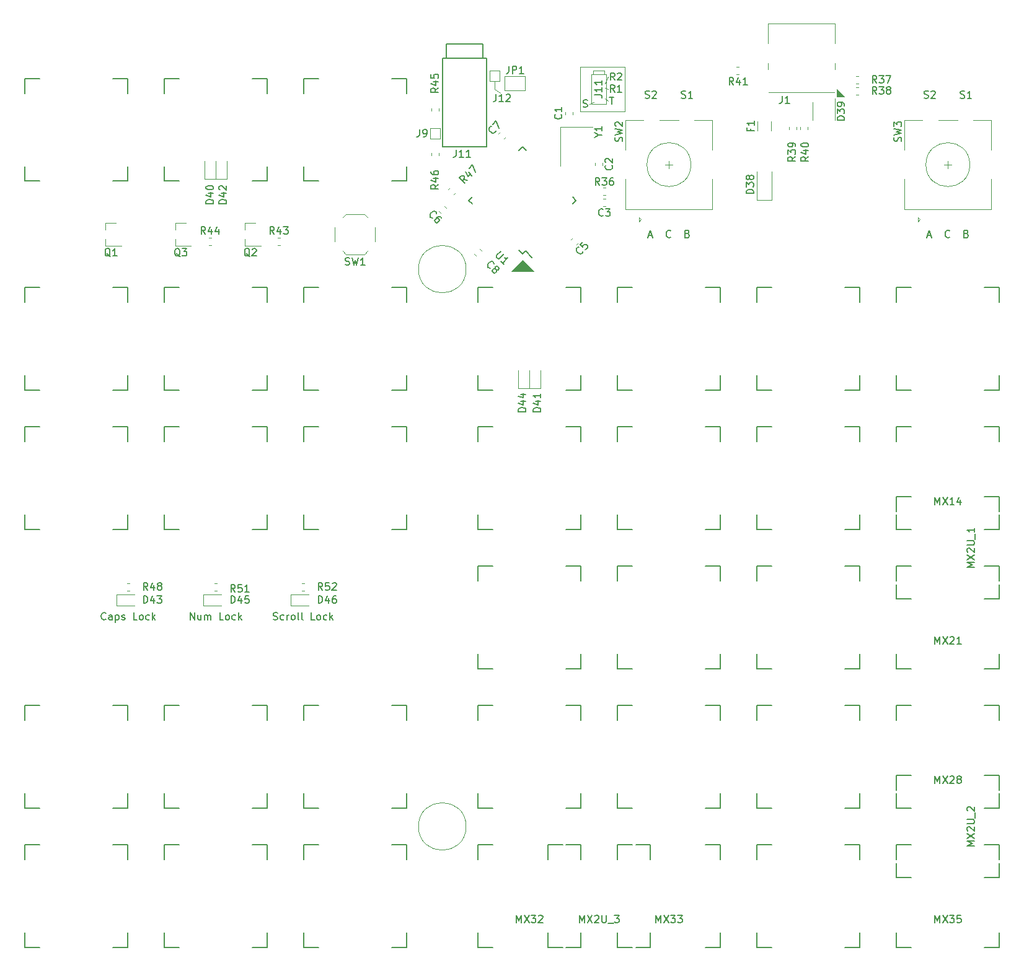
<source format=gto>
G04 #@! TF.GenerationSoftware,KiCad,Pcbnew,5.1.4*
G04 #@! TF.CreationDate,2019-11-02T22:09:46+09:00*
G04 #@! TF.ProjectId,Navpad,4e617670-6164-42e6-9b69-6361645f7063,rev?*
G04 #@! TF.SameCoordinates,Original*
G04 #@! TF.FileFunction,Legend,Top*
G04 #@! TF.FilePolarity,Positive*
%FSLAX46Y46*%
G04 Gerber Fmt 4.6, Leading zero omitted, Abs format (unit mm)*
G04 Created by KiCad (PCBNEW 5.1.4) date 2019-11-02 22:09:46*
%MOMM*%
%LPD*%
G04 APERTURE LIST*
%ADD10C,0.100000*%
%ADD11C,0.150000*%
%ADD12C,0.120000*%
G04 APERTURE END LIST*
D10*
G36*
X177165000Y-38354000D02*
G01*
X176149000Y-38354000D01*
X176149000Y-37338000D01*
X177165000Y-38354000D01*
G37*
X177165000Y-38354000D02*
X176149000Y-38354000D01*
X176149000Y-37338000D01*
X177165000Y-38354000D01*
G36*
X134747000Y-62230000D02*
G01*
X131699000Y-62230000D01*
X133223000Y-60706000D01*
X134747000Y-62230000D01*
G37*
X134747000Y-62230000D02*
X131699000Y-62230000D01*
X133223000Y-60706000D01*
X134747000Y-62230000D01*
D11*
X188563595Y-57380166D02*
X189039785Y-57380166D01*
X188468357Y-57665880D02*
X188801690Y-56665880D01*
X189135023Y-57665880D01*
X191563595Y-57570642D02*
X191515976Y-57618261D01*
X191373119Y-57665880D01*
X191277880Y-57665880D01*
X191135023Y-57618261D01*
X191039785Y-57523023D01*
X190992166Y-57427785D01*
X190944547Y-57237309D01*
X190944547Y-57094452D01*
X190992166Y-56903976D01*
X191039785Y-56808738D01*
X191135023Y-56713500D01*
X191277880Y-56665880D01*
X191373119Y-56665880D01*
X191515976Y-56713500D01*
X191563595Y-56761119D01*
X193849309Y-57142071D02*
X193992166Y-57189690D01*
X194039785Y-57237309D01*
X194087404Y-57332547D01*
X194087404Y-57475404D01*
X194039785Y-57570642D01*
X193992166Y-57618261D01*
X193896928Y-57665880D01*
X193515976Y-57665880D01*
X193515976Y-56665880D01*
X193849309Y-56665880D01*
X193944547Y-56713500D01*
X193992166Y-56761119D01*
X194039785Y-56856357D01*
X194039785Y-56951595D01*
X193992166Y-57046833D01*
X193944547Y-57094452D01*
X193849309Y-57142071D01*
X193515976Y-57142071D01*
X149987404Y-38568261D02*
X150130261Y-38615880D01*
X150368357Y-38615880D01*
X150463595Y-38568261D01*
X150511214Y-38520642D01*
X150558833Y-38425404D01*
X150558833Y-38330166D01*
X150511214Y-38234928D01*
X150463595Y-38187309D01*
X150368357Y-38139690D01*
X150177880Y-38092071D01*
X150082642Y-38044452D01*
X150035023Y-37996833D01*
X149987404Y-37901595D01*
X149987404Y-37806357D01*
X150035023Y-37711119D01*
X150082642Y-37663500D01*
X150177880Y-37615880D01*
X150415976Y-37615880D01*
X150558833Y-37663500D01*
X150939785Y-37711119D02*
X150987404Y-37663500D01*
X151082642Y-37615880D01*
X151320738Y-37615880D01*
X151415976Y-37663500D01*
X151463595Y-37711119D01*
X151511214Y-37806357D01*
X151511214Y-37901595D01*
X151463595Y-38044452D01*
X150892166Y-38615880D01*
X151511214Y-38615880D01*
X154939785Y-38568261D02*
X155082642Y-38615880D01*
X155320738Y-38615880D01*
X155415976Y-38568261D01*
X155463595Y-38520642D01*
X155511214Y-38425404D01*
X155511214Y-38330166D01*
X155463595Y-38234928D01*
X155415976Y-38187309D01*
X155320738Y-38139690D01*
X155130261Y-38092071D01*
X155035023Y-38044452D01*
X154987404Y-37996833D01*
X154939785Y-37901595D01*
X154939785Y-37806357D01*
X154987404Y-37711119D01*
X155035023Y-37663500D01*
X155130261Y-37615880D01*
X155368357Y-37615880D01*
X155511214Y-37663500D01*
X156463595Y-38615880D02*
X155892166Y-38615880D01*
X156177880Y-38615880D02*
X156177880Y-37615880D01*
X156082642Y-37758738D01*
X155987404Y-37853976D01*
X155892166Y-37901595D01*
X188087404Y-38568261D02*
X188230261Y-38615880D01*
X188468357Y-38615880D01*
X188563595Y-38568261D01*
X188611214Y-38520642D01*
X188658833Y-38425404D01*
X188658833Y-38330166D01*
X188611214Y-38234928D01*
X188563595Y-38187309D01*
X188468357Y-38139690D01*
X188277880Y-38092071D01*
X188182642Y-38044452D01*
X188135023Y-37996833D01*
X188087404Y-37901595D01*
X188087404Y-37806357D01*
X188135023Y-37711119D01*
X188182642Y-37663500D01*
X188277880Y-37615880D01*
X188515976Y-37615880D01*
X188658833Y-37663500D01*
X189039785Y-37711119D02*
X189087404Y-37663500D01*
X189182642Y-37615880D01*
X189420738Y-37615880D01*
X189515976Y-37663500D01*
X189563595Y-37711119D01*
X189611214Y-37806357D01*
X189611214Y-37901595D01*
X189563595Y-38044452D01*
X188992166Y-38615880D01*
X189611214Y-38615880D01*
X193039785Y-38568261D02*
X193182642Y-38615880D01*
X193420738Y-38615880D01*
X193515976Y-38568261D01*
X193563595Y-38520642D01*
X193611214Y-38425404D01*
X193611214Y-38330166D01*
X193563595Y-38234928D01*
X193515976Y-38187309D01*
X193420738Y-38139690D01*
X193230261Y-38092071D01*
X193135023Y-38044452D01*
X193087404Y-37996833D01*
X193039785Y-37901595D01*
X193039785Y-37806357D01*
X193087404Y-37711119D01*
X193135023Y-37663500D01*
X193230261Y-37615880D01*
X193468357Y-37615880D01*
X193611214Y-37663500D01*
X194563595Y-38615880D02*
X193992166Y-38615880D01*
X194277880Y-38615880D02*
X194277880Y-37615880D01*
X194182642Y-37758738D01*
X194087404Y-37853976D01*
X193992166Y-37901595D01*
X150463595Y-57380166D02*
X150939785Y-57380166D01*
X150368357Y-57665880D02*
X150701690Y-56665880D01*
X151035023Y-57665880D01*
X153463595Y-57570642D02*
X153415976Y-57618261D01*
X153273119Y-57665880D01*
X153177880Y-57665880D01*
X153035023Y-57618261D01*
X152939785Y-57523023D01*
X152892166Y-57427785D01*
X152844547Y-57237309D01*
X152844547Y-57094452D01*
X152892166Y-56903976D01*
X152939785Y-56808738D01*
X153035023Y-56713500D01*
X153177880Y-56665880D01*
X153273119Y-56665880D01*
X153415976Y-56713500D01*
X153463595Y-56761119D01*
X155749309Y-57142071D02*
X155892166Y-57189690D01*
X155939785Y-57237309D01*
X155987404Y-57332547D01*
X155987404Y-57475404D01*
X155939785Y-57570642D01*
X155892166Y-57618261D01*
X155796928Y-57665880D01*
X155415976Y-57665880D01*
X155415976Y-56665880D01*
X155749309Y-56665880D01*
X155844547Y-56713500D01*
X155892166Y-56761119D01*
X155939785Y-56856357D01*
X155939785Y-56951595D01*
X155892166Y-57046833D01*
X155844547Y-57094452D01*
X155749309Y-57142071D01*
X155415976Y-57142071D01*
D12*
X143002000Y-39116000D02*
X142367000Y-39370000D01*
X144907000Y-38989000D02*
X144526000Y-38608000D01*
X144907000Y-37338000D02*
X144526000Y-37211000D01*
X144526000Y-36576000D02*
X144907000Y-35687000D01*
X147193000Y-34290000D02*
X141097000Y-34290000D01*
X147193000Y-40386000D02*
X147193000Y-34290000D01*
X141097000Y-40386000D02*
X147193000Y-40386000D01*
X141097000Y-34290000D02*
X141097000Y-40386000D01*
D11*
X141507595Y-39774761D02*
X141650452Y-39822380D01*
X141888547Y-39822380D01*
X141983785Y-39774761D01*
X142031404Y-39727142D01*
X142079023Y-39631904D01*
X142079023Y-39536666D01*
X142031404Y-39441428D01*
X141983785Y-39393809D01*
X141888547Y-39346190D01*
X141698071Y-39298571D01*
X141602833Y-39250952D01*
X141555214Y-39203333D01*
X141507595Y-39108095D01*
X141507595Y-39012857D01*
X141555214Y-38917619D01*
X141602833Y-38870000D01*
X141698071Y-38822380D01*
X141936166Y-38822380D01*
X142079023Y-38870000D01*
X145814023Y-36140380D02*
X145480690Y-35664190D01*
X145242595Y-36140380D02*
X145242595Y-35140380D01*
X145623547Y-35140380D01*
X145718785Y-35188000D01*
X145766404Y-35235619D01*
X145814023Y-35330857D01*
X145814023Y-35473714D01*
X145766404Y-35568952D01*
X145718785Y-35616571D01*
X145623547Y-35664190D01*
X145242595Y-35664190D01*
X146194976Y-35235619D02*
X146242595Y-35188000D01*
X146337833Y-35140380D01*
X146575928Y-35140380D01*
X146671166Y-35188000D01*
X146718785Y-35235619D01*
X146766404Y-35330857D01*
X146766404Y-35426095D01*
X146718785Y-35568952D01*
X146147357Y-36140380D01*
X146766404Y-36140380D01*
X145814023Y-37790380D02*
X145480690Y-37314190D01*
X145242595Y-37790380D02*
X145242595Y-36790380D01*
X145623547Y-36790380D01*
X145718785Y-36838000D01*
X145766404Y-36885619D01*
X145814023Y-36980857D01*
X145814023Y-37123714D01*
X145766404Y-37218952D01*
X145718785Y-37266571D01*
X145623547Y-37314190D01*
X145242595Y-37314190D01*
X146766404Y-37790380D02*
X146194976Y-37790380D01*
X146480690Y-37790380D02*
X146480690Y-36790380D01*
X146385452Y-36933238D01*
X146290214Y-37028476D01*
X146194976Y-37076095D01*
X145099738Y-38440380D02*
X145671166Y-38440380D01*
X145385452Y-39440380D02*
X145385452Y-38440380D01*
D12*
X144399000Y-34798000D02*
X144399000Y-35306000D01*
X142875000Y-34798000D02*
X144399000Y-34798000D01*
X142875000Y-35306000D02*
X142875000Y-34798000D01*
D11*
X143089380Y-38147523D02*
X143803666Y-38147523D01*
X143946523Y-38195142D01*
X144041761Y-38290380D01*
X144089380Y-38433238D01*
X144089380Y-38528476D01*
X144089380Y-37147523D02*
X144089380Y-37718952D01*
X144089380Y-37433238D02*
X143089380Y-37433238D01*
X143232238Y-37528476D01*
X143327476Y-37623714D01*
X143375095Y-37718952D01*
X144089380Y-36195142D02*
X144089380Y-36766571D01*
X144089380Y-36480857D02*
X143089380Y-36480857D01*
X143232238Y-36576095D01*
X143327476Y-36671333D01*
X143375095Y-36766571D01*
D12*
X144653000Y-35306000D02*
X142621000Y-35306000D01*
X144653000Y-39370000D02*
X144653000Y-35306000D01*
X142621000Y-39370000D02*
X144653000Y-39370000D01*
X142621000Y-35306000D02*
X142621000Y-39370000D01*
D11*
X87836809Y-109926380D02*
X87836809Y-108926380D01*
X88408238Y-109926380D01*
X88408238Y-108926380D01*
X89313000Y-109259714D02*
X89313000Y-109926380D01*
X88884428Y-109259714D02*
X88884428Y-109783523D01*
X88932047Y-109878761D01*
X89027285Y-109926380D01*
X89170142Y-109926380D01*
X89265380Y-109878761D01*
X89313000Y-109831142D01*
X89789190Y-109926380D02*
X89789190Y-109259714D01*
X89789190Y-109354952D02*
X89836809Y-109307333D01*
X89932047Y-109259714D01*
X90074904Y-109259714D01*
X90170142Y-109307333D01*
X90217761Y-109402571D01*
X90217761Y-109926380D01*
X90217761Y-109402571D02*
X90265380Y-109307333D01*
X90360619Y-109259714D01*
X90503476Y-109259714D01*
X90598714Y-109307333D01*
X90646333Y-109402571D01*
X90646333Y-109926380D01*
X92360619Y-109926380D02*
X91884428Y-109926380D01*
X91884428Y-108926380D01*
X92836809Y-109926380D02*
X92741571Y-109878761D01*
X92693952Y-109831142D01*
X92646333Y-109735904D01*
X92646333Y-109450190D01*
X92693952Y-109354952D01*
X92741571Y-109307333D01*
X92836809Y-109259714D01*
X92979666Y-109259714D01*
X93074904Y-109307333D01*
X93122523Y-109354952D01*
X93170142Y-109450190D01*
X93170142Y-109735904D01*
X93122523Y-109831142D01*
X93074904Y-109878761D01*
X92979666Y-109926380D01*
X92836809Y-109926380D01*
X94027285Y-109878761D02*
X93932047Y-109926380D01*
X93741571Y-109926380D01*
X93646333Y-109878761D01*
X93598714Y-109831142D01*
X93551095Y-109735904D01*
X93551095Y-109450190D01*
X93598714Y-109354952D01*
X93646333Y-109307333D01*
X93741571Y-109259714D01*
X93932047Y-109259714D01*
X94027285Y-109307333D01*
X94455857Y-109926380D02*
X94455857Y-108926380D01*
X94551095Y-109545428D02*
X94836809Y-109926380D01*
X94836809Y-109259714D02*
X94455857Y-109640666D01*
X99179571Y-109878761D02*
X99322428Y-109926380D01*
X99560523Y-109926380D01*
X99655761Y-109878761D01*
X99703380Y-109831142D01*
X99751000Y-109735904D01*
X99751000Y-109640666D01*
X99703380Y-109545428D01*
X99655761Y-109497809D01*
X99560523Y-109450190D01*
X99370047Y-109402571D01*
X99274809Y-109354952D01*
X99227190Y-109307333D01*
X99179571Y-109212095D01*
X99179571Y-109116857D01*
X99227190Y-109021619D01*
X99274809Y-108974000D01*
X99370047Y-108926380D01*
X99608142Y-108926380D01*
X99751000Y-108974000D01*
X100608142Y-109878761D02*
X100512904Y-109926380D01*
X100322428Y-109926380D01*
X100227190Y-109878761D01*
X100179571Y-109831142D01*
X100131952Y-109735904D01*
X100131952Y-109450190D01*
X100179571Y-109354952D01*
X100227190Y-109307333D01*
X100322428Y-109259714D01*
X100512904Y-109259714D01*
X100608142Y-109307333D01*
X101036714Y-109926380D02*
X101036714Y-109259714D01*
X101036714Y-109450190D02*
X101084333Y-109354952D01*
X101131952Y-109307333D01*
X101227190Y-109259714D01*
X101322428Y-109259714D01*
X101798619Y-109926380D02*
X101703380Y-109878761D01*
X101655761Y-109831142D01*
X101608142Y-109735904D01*
X101608142Y-109450190D01*
X101655761Y-109354952D01*
X101703380Y-109307333D01*
X101798619Y-109259714D01*
X101941476Y-109259714D01*
X102036714Y-109307333D01*
X102084333Y-109354952D01*
X102131952Y-109450190D01*
X102131952Y-109735904D01*
X102084333Y-109831142D01*
X102036714Y-109878761D01*
X101941476Y-109926380D01*
X101798619Y-109926380D01*
X102703380Y-109926380D02*
X102608142Y-109878761D01*
X102560523Y-109783523D01*
X102560523Y-108926380D01*
X103227190Y-109926380D02*
X103131952Y-109878761D01*
X103084333Y-109783523D01*
X103084333Y-108926380D01*
X104846238Y-109926380D02*
X104370047Y-109926380D01*
X104370047Y-108926380D01*
X105322428Y-109926380D02*
X105227190Y-109878761D01*
X105179571Y-109831142D01*
X105131952Y-109735904D01*
X105131952Y-109450190D01*
X105179571Y-109354952D01*
X105227190Y-109307333D01*
X105322428Y-109259714D01*
X105465285Y-109259714D01*
X105560523Y-109307333D01*
X105608142Y-109354952D01*
X105655761Y-109450190D01*
X105655761Y-109735904D01*
X105608142Y-109831142D01*
X105560523Y-109878761D01*
X105465285Y-109926380D01*
X105322428Y-109926380D01*
X106512904Y-109878761D02*
X106417666Y-109926380D01*
X106227190Y-109926380D01*
X106131952Y-109878761D01*
X106084333Y-109831142D01*
X106036714Y-109735904D01*
X106036714Y-109450190D01*
X106084333Y-109354952D01*
X106131952Y-109307333D01*
X106227190Y-109259714D01*
X106417666Y-109259714D01*
X106512904Y-109307333D01*
X106941476Y-109926380D02*
X106941476Y-108926380D01*
X107036714Y-109545428D02*
X107322428Y-109926380D01*
X107322428Y-109259714D02*
X106941476Y-109640666D01*
X76303571Y-109831142D02*
X76255952Y-109878761D01*
X76113095Y-109926380D01*
X76017857Y-109926380D01*
X75875000Y-109878761D01*
X75779761Y-109783523D01*
X75732142Y-109688285D01*
X75684523Y-109497809D01*
X75684523Y-109354952D01*
X75732142Y-109164476D01*
X75779761Y-109069238D01*
X75875000Y-108974000D01*
X76017857Y-108926380D01*
X76113095Y-108926380D01*
X76255952Y-108974000D01*
X76303571Y-109021619D01*
X77160714Y-109926380D02*
X77160714Y-109402571D01*
X77113095Y-109307333D01*
X77017857Y-109259714D01*
X76827380Y-109259714D01*
X76732142Y-109307333D01*
X77160714Y-109878761D02*
X77065476Y-109926380D01*
X76827380Y-109926380D01*
X76732142Y-109878761D01*
X76684523Y-109783523D01*
X76684523Y-109688285D01*
X76732142Y-109593047D01*
X76827380Y-109545428D01*
X77065476Y-109545428D01*
X77160714Y-109497809D01*
X77636904Y-109259714D02*
X77636904Y-110259714D01*
X77636904Y-109307333D02*
X77732142Y-109259714D01*
X77922619Y-109259714D01*
X78017857Y-109307333D01*
X78065476Y-109354952D01*
X78113095Y-109450190D01*
X78113095Y-109735904D01*
X78065476Y-109831142D01*
X78017857Y-109878761D01*
X77922619Y-109926380D01*
X77732142Y-109926380D01*
X77636904Y-109878761D01*
X78494047Y-109878761D02*
X78589285Y-109926380D01*
X78779761Y-109926380D01*
X78875000Y-109878761D01*
X78922619Y-109783523D01*
X78922619Y-109735904D01*
X78875000Y-109640666D01*
X78779761Y-109593047D01*
X78636904Y-109593047D01*
X78541666Y-109545428D01*
X78494047Y-109450190D01*
X78494047Y-109402571D01*
X78541666Y-109307333D01*
X78636904Y-109259714D01*
X78779761Y-109259714D01*
X78875000Y-109307333D01*
X80589285Y-109926380D02*
X80113095Y-109926380D01*
X80113095Y-108926380D01*
X81065476Y-109926380D02*
X80970238Y-109878761D01*
X80922619Y-109831142D01*
X80875000Y-109735904D01*
X80875000Y-109450190D01*
X80922619Y-109354952D01*
X80970238Y-109307333D01*
X81065476Y-109259714D01*
X81208333Y-109259714D01*
X81303571Y-109307333D01*
X81351190Y-109354952D01*
X81398809Y-109450190D01*
X81398809Y-109735904D01*
X81351190Y-109831142D01*
X81303571Y-109878761D01*
X81208333Y-109926380D01*
X81065476Y-109926380D01*
X82255952Y-109878761D02*
X82160714Y-109926380D01*
X81970238Y-109926380D01*
X81875000Y-109878761D01*
X81827380Y-109831142D01*
X81779761Y-109735904D01*
X81779761Y-109450190D01*
X81827380Y-109354952D01*
X81875000Y-109307333D01*
X81970238Y-109259714D01*
X82160714Y-109259714D01*
X82255952Y-109307333D01*
X82684523Y-109926380D02*
X82684523Y-108926380D01*
X82779761Y-109545428D02*
X83065476Y-109926380D01*
X83065476Y-109259714D02*
X82684523Y-109640666D01*
D12*
X129413000Y-37338000D02*
X130175000Y-37846000D01*
X129413000Y-36322000D02*
X129413000Y-37338000D01*
D11*
X165275500Y-102601000D02*
X165275500Y-104601000D01*
X167275500Y-102601000D02*
X165275500Y-102601000D01*
X165275500Y-116601000D02*
X167275500Y-116601000D01*
X165275500Y-114601000D02*
X165275500Y-116601000D01*
X179275500Y-116601000D02*
X179275500Y-114601000D01*
X177275500Y-116601000D02*
X179275500Y-116601000D01*
X179275500Y-102601000D02*
X179275500Y-104601000D01*
X177275500Y-102601000D02*
X179275500Y-102601000D01*
D12*
X156225500Y-47688500D02*
G75*
G03X156225500Y-47688500I-3000000J0D01*
G01*
X147325500Y-45688500D02*
X147325500Y-41588500D01*
X159125500Y-41588500D02*
X159125500Y-45688500D01*
X159125500Y-49688500D02*
X159125500Y-53788500D01*
X147325500Y-49688500D02*
X147325500Y-53788500D01*
X147325500Y-53788500D02*
X159125500Y-53788500D01*
X149425500Y-55188500D02*
X149125500Y-55488500D01*
X149125500Y-55488500D02*
X149125500Y-54888500D01*
X149125500Y-54888500D02*
X149425500Y-55188500D01*
X147325500Y-41588500D02*
X149725500Y-41588500D01*
X151925500Y-41588500D02*
X154525500Y-41588500D01*
X156725500Y-41588500D02*
X159125500Y-41588500D01*
X152725500Y-47688500D02*
X153725500Y-47688500D01*
X153225500Y-48188500D02*
X153225500Y-47188500D01*
D11*
X146225500Y-64501000D02*
X146225500Y-66501000D01*
X148225500Y-64501000D02*
X146225500Y-64501000D01*
X146225500Y-78501000D02*
X148225500Y-78501000D01*
X146225500Y-76501000D02*
X146225500Y-78501000D01*
X160225500Y-78501000D02*
X160225500Y-76501000D01*
X158225500Y-78501000D02*
X160225500Y-78501000D01*
X160225500Y-64501000D02*
X160225500Y-66501000D01*
X158225500Y-64501000D02*
X160225500Y-64501000D01*
X84313000Y-83551000D02*
X84313000Y-85551000D01*
X86313000Y-83551000D02*
X84313000Y-83551000D01*
X84313000Y-97551000D02*
X86313000Y-97551000D01*
X84313000Y-95551000D02*
X84313000Y-97551000D01*
X98313000Y-97551000D02*
X98313000Y-95551000D01*
X96313000Y-97551000D02*
X98313000Y-97551000D01*
X98313000Y-83551000D02*
X98313000Y-85551000D01*
X96313000Y-83551000D02*
X98313000Y-83551000D01*
D12*
X175943000Y-34688000D02*
X175943000Y-33788000D01*
X166753000Y-34688000D02*
X166753000Y-33788000D01*
X175943000Y-31088000D02*
X175943000Y-28358000D01*
X166753000Y-31088000D02*
X166753000Y-28358000D01*
X175823000Y-37768000D02*
X166873000Y-37768000D01*
X175943000Y-28358000D02*
X166753000Y-28358000D01*
X194325500Y-47688500D02*
G75*
G03X194325500Y-47688500I-3000000J0D01*
G01*
X185425500Y-45688500D02*
X185425500Y-41588500D01*
X197225500Y-41588500D02*
X197225500Y-45688500D01*
X197225500Y-49688500D02*
X197225500Y-53788500D01*
X185425500Y-49688500D02*
X185425500Y-53788500D01*
X185425500Y-53788500D02*
X197225500Y-53788500D01*
X187525500Y-55188500D02*
X187225500Y-55488500D01*
X187225500Y-55488500D02*
X187225500Y-54888500D01*
X187225500Y-54888500D02*
X187525500Y-55188500D01*
X185425500Y-41588500D02*
X187825500Y-41588500D01*
X190025500Y-41588500D02*
X192625500Y-41588500D01*
X194825500Y-41588500D02*
X197225500Y-41588500D01*
X190825500Y-47688500D02*
X191825500Y-47688500D01*
X191325500Y-48188500D02*
X191325500Y-47188500D01*
X140083000Y-40811267D02*
X140083000Y-40468733D01*
X139063000Y-40811267D02*
X139063000Y-40468733D01*
X143127000Y-47439733D02*
X143127000Y-47782267D01*
X144147000Y-47439733D02*
X144147000Y-47782267D01*
X144570267Y-52322000D02*
X144227733Y-52322000D01*
X144570267Y-53342000D02*
X144227733Y-53342000D01*
X140095480Y-57684271D02*
X139853271Y-57926480D01*
X140816729Y-58405520D02*
X140574520Y-58647729D01*
X122782729Y-53608480D02*
X122540520Y-53366271D01*
X122061480Y-54329729D02*
X121819271Y-54087520D01*
X130668520Y-44169729D02*
X130910729Y-43927520D01*
X129947271Y-43448480D02*
X130189480Y-43206271D01*
X127608729Y-59450480D02*
X127366520Y-59208271D01*
X126887480Y-60171729D02*
X126645271Y-59929520D01*
X165243000Y-52492000D02*
X165243000Y-48642000D01*
X167243000Y-52492000D02*
X167243000Y-48642000D01*
X165243000Y-52492000D02*
X167243000Y-52492000D01*
X175921000Y-41586000D02*
X175921000Y-38636000D01*
X172821000Y-39186000D02*
X172821000Y-41586000D01*
X167153000Y-43020064D02*
X167153000Y-41815936D01*
X165333000Y-43020064D02*
X165333000Y-41815936D01*
X125519250Y-138176000D02*
G75*
G03X125519250Y-138176000I-3250000J0D01*
G01*
X125519250Y-61976000D02*
G75*
G03X125519250Y-61976000I-3250000J0D01*
G01*
X120585000Y-44134000D02*
X120585000Y-42734000D01*
X121985000Y-44134000D02*
X120585000Y-44134000D01*
X121985000Y-42734000D02*
X121985000Y-44134000D01*
X120585000Y-42734000D02*
X121985000Y-42734000D01*
D11*
X127849000Y-33156000D02*
X127849000Y-31156000D01*
X122849000Y-31156000D02*
X122849000Y-33156000D01*
X127849000Y-31156000D02*
X122849000Y-31156000D01*
X128349000Y-33156000D02*
X128349000Y-45256000D01*
X122349000Y-45256000D02*
X128349000Y-45256000D01*
X122349000Y-33156000D02*
X122349000Y-45256000D01*
X128349000Y-33156000D02*
X122349000Y-33156000D01*
D12*
X128713000Y-36260000D02*
X128713000Y-34860000D01*
X130113000Y-36260000D02*
X128713000Y-36260000D01*
X130113000Y-34860000D02*
X130113000Y-36260000D01*
X128713000Y-34860000D02*
X130113000Y-34860000D01*
X130807000Y-35576000D02*
X133607000Y-35576000D01*
X133607000Y-35576000D02*
X133607000Y-37576000D01*
X133607000Y-37576000D02*
X130807000Y-37576000D01*
X130807000Y-37576000D02*
X130807000Y-35576000D01*
D11*
X65263000Y-35926000D02*
X65263000Y-37926000D01*
X67263000Y-35926000D02*
X65263000Y-35926000D01*
X65263000Y-49926000D02*
X67263000Y-49926000D01*
X65263000Y-47926000D02*
X65263000Y-49926000D01*
X79263000Y-49926000D02*
X79263000Y-47926000D01*
X77263000Y-49926000D02*
X79263000Y-49926000D01*
X79263000Y-35926000D02*
X79263000Y-37926000D01*
X77263000Y-35926000D02*
X79263000Y-35926000D01*
X103363000Y-35926000D02*
X103363000Y-37926000D01*
X105363000Y-35926000D02*
X103363000Y-35926000D01*
X103363000Y-49926000D02*
X105363000Y-49926000D01*
X103363000Y-47926000D02*
X103363000Y-49926000D01*
X117363000Y-49926000D02*
X117363000Y-47926000D01*
X115363000Y-49926000D02*
X117363000Y-49926000D01*
X117363000Y-35926000D02*
X117363000Y-37926000D01*
X115363000Y-35926000D02*
X117363000Y-35926000D01*
X165275500Y-64501000D02*
X165275500Y-66501000D01*
X167275500Y-64501000D02*
X165275500Y-64501000D01*
X165275500Y-78501000D02*
X167275500Y-78501000D01*
X165275500Y-76501000D02*
X165275500Y-78501000D01*
X179275500Y-78501000D02*
X179275500Y-76501000D01*
X177275500Y-78501000D02*
X179275500Y-78501000D01*
X179275500Y-64501000D02*
X179275500Y-66501000D01*
X177275500Y-64501000D02*
X179275500Y-64501000D01*
X184325500Y-64501000D02*
X184325500Y-66501000D01*
X186325500Y-64501000D02*
X184325500Y-64501000D01*
X184325500Y-78501000D02*
X186325500Y-78501000D01*
X184325500Y-76501000D02*
X184325500Y-78501000D01*
X198325500Y-78501000D02*
X198325500Y-76501000D01*
X196325500Y-78501000D02*
X198325500Y-78501000D01*
X198325500Y-64501000D02*
X198325500Y-66501000D01*
X196325500Y-64501000D02*
X198325500Y-64501000D01*
X65263000Y-64501000D02*
X65263000Y-66501000D01*
X67263000Y-64501000D02*
X65263000Y-64501000D01*
X65263000Y-78501000D02*
X67263000Y-78501000D01*
X65263000Y-76501000D02*
X65263000Y-78501000D01*
X79263000Y-78501000D02*
X79263000Y-76501000D01*
X77263000Y-78501000D02*
X79263000Y-78501000D01*
X79263000Y-64501000D02*
X79263000Y-66501000D01*
X77263000Y-64501000D02*
X79263000Y-64501000D01*
X84313000Y-64501000D02*
X84313000Y-66501000D01*
X86313000Y-64501000D02*
X84313000Y-64501000D01*
X84313000Y-78501000D02*
X86313000Y-78501000D01*
X84313000Y-76501000D02*
X84313000Y-78501000D01*
X98313000Y-78501000D02*
X98313000Y-76501000D01*
X96313000Y-78501000D02*
X98313000Y-78501000D01*
X98313000Y-64501000D02*
X98313000Y-66501000D01*
X96313000Y-64501000D02*
X98313000Y-64501000D01*
X103363000Y-64501000D02*
X103363000Y-66501000D01*
X105363000Y-64501000D02*
X103363000Y-64501000D01*
X103363000Y-78501000D02*
X105363000Y-78501000D01*
X103363000Y-76501000D02*
X103363000Y-78501000D01*
X117363000Y-78501000D02*
X117363000Y-76501000D01*
X115363000Y-78501000D02*
X117363000Y-78501000D01*
X117363000Y-64501000D02*
X117363000Y-66501000D01*
X115363000Y-64501000D02*
X117363000Y-64501000D01*
X127175500Y-83551000D02*
X127175500Y-85551000D01*
X129175500Y-83551000D02*
X127175500Y-83551000D01*
X127175500Y-97551000D02*
X129175500Y-97551000D01*
X127175500Y-95551000D02*
X127175500Y-97551000D01*
X141175500Y-97551000D02*
X141175500Y-95551000D01*
X139175500Y-97551000D02*
X141175500Y-97551000D01*
X141175500Y-83551000D02*
X141175500Y-85551000D01*
X139175500Y-83551000D02*
X141175500Y-83551000D01*
X146225500Y-83551000D02*
X146225500Y-85551000D01*
X148225500Y-83551000D02*
X146225500Y-83551000D01*
X146225500Y-97551000D02*
X148225500Y-97551000D01*
X146225500Y-95551000D02*
X146225500Y-97551000D01*
X160225500Y-97551000D02*
X160225500Y-95551000D01*
X158225500Y-97551000D02*
X160225500Y-97551000D01*
X160225500Y-83551000D02*
X160225500Y-85551000D01*
X158225500Y-83551000D02*
X160225500Y-83551000D01*
X165275500Y-83551000D02*
X165275500Y-85551000D01*
X167275500Y-83551000D02*
X165275500Y-83551000D01*
X165275500Y-97551000D02*
X167275500Y-97551000D01*
X165275500Y-95551000D02*
X165275500Y-97551000D01*
X179275500Y-97551000D02*
X179275500Y-95551000D01*
X177275500Y-97551000D02*
X179275500Y-97551000D01*
X179275500Y-83551000D02*
X179275500Y-85551000D01*
X177275500Y-83551000D02*
X179275500Y-83551000D01*
X65263000Y-83551000D02*
X65263000Y-85551000D01*
X67263000Y-83551000D02*
X65263000Y-83551000D01*
X65263000Y-97551000D02*
X67263000Y-97551000D01*
X65263000Y-95551000D02*
X65263000Y-97551000D01*
X79263000Y-97551000D02*
X79263000Y-95551000D01*
X77263000Y-97551000D02*
X79263000Y-97551000D01*
X79263000Y-83551000D02*
X79263000Y-85551000D01*
X77263000Y-83551000D02*
X79263000Y-83551000D01*
X103363000Y-83551000D02*
X103363000Y-85551000D01*
X105363000Y-83551000D02*
X103363000Y-83551000D01*
X103363000Y-97551000D02*
X105363000Y-97551000D01*
X103363000Y-95551000D02*
X103363000Y-97551000D01*
X117363000Y-97551000D02*
X117363000Y-95551000D01*
X115363000Y-97551000D02*
X117363000Y-97551000D01*
X117363000Y-83551000D02*
X117363000Y-85551000D01*
X115363000Y-83551000D02*
X117363000Y-83551000D01*
X127175500Y-102601000D02*
X127175500Y-104601000D01*
X129175500Y-102601000D02*
X127175500Y-102601000D01*
X127175500Y-116601000D02*
X129175500Y-116601000D01*
X127175500Y-114601000D02*
X127175500Y-116601000D01*
X141175500Y-116601000D02*
X141175500Y-114601000D01*
X139175500Y-116601000D02*
X141175500Y-116601000D01*
X141175500Y-102601000D02*
X141175500Y-104601000D01*
X139175500Y-102601000D02*
X141175500Y-102601000D01*
X146225500Y-102601000D02*
X146225500Y-104601000D01*
X148225500Y-102601000D02*
X146225500Y-102601000D01*
X146225500Y-116601000D02*
X148225500Y-116601000D01*
X146225500Y-114601000D02*
X146225500Y-116601000D01*
X160225500Y-116601000D02*
X160225500Y-114601000D01*
X158225500Y-116601000D02*
X160225500Y-116601000D01*
X160225500Y-102601000D02*
X160225500Y-104601000D01*
X158225500Y-102601000D02*
X160225500Y-102601000D01*
X184325500Y-102601000D02*
X184325500Y-104601000D01*
X186325500Y-102601000D02*
X184325500Y-102601000D01*
X184325500Y-116601000D02*
X186325500Y-116601000D01*
X184325500Y-114601000D02*
X184325500Y-116601000D01*
X198325500Y-116601000D02*
X198325500Y-114601000D01*
X196325500Y-116601000D02*
X198325500Y-116601000D01*
X198325500Y-102601000D02*
X198325500Y-104601000D01*
X196325500Y-102601000D02*
X198325500Y-102601000D01*
X65263000Y-121651000D02*
X65263000Y-123651000D01*
X67263000Y-121651000D02*
X65263000Y-121651000D01*
X65263000Y-135651000D02*
X67263000Y-135651000D01*
X65263000Y-133651000D02*
X65263000Y-135651000D01*
X79263000Y-135651000D02*
X79263000Y-133651000D01*
X77263000Y-135651000D02*
X79263000Y-135651000D01*
X79263000Y-121651000D02*
X79263000Y-123651000D01*
X77263000Y-121651000D02*
X79263000Y-121651000D01*
X84313000Y-121651000D02*
X84313000Y-123651000D01*
X86313000Y-121651000D02*
X84313000Y-121651000D01*
X84313000Y-135651000D02*
X86313000Y-135651000D01*
X84313000Y-133651000D02*
X84313000Y-135651000D01*
X98313000Y-135651000D02*
X98313000Y-133651000D01*
X96313000Y-135651000D02*
X98313000Y-135651000D01*
X98313000Y-121651000D02*
X98313000Y-123651000D01*
X96313000Y-121651000D02*
X98313000Y-121651000D01*
X103363000Y-121651000D02*
X103363000Y-123651000D01*
X105363000Y-121651000D02*
X103363000Y-121651000D01*
X103363000Y-135651000D02*
X105363000Y-135651000D01*
X103363000Y-133651000D02*
X103363000Y-135651000D01*
X117363000Y-135651000D02*
X117363000Y-133651000D01*
X115363000Y-135651000D02*
X117363000Y-135651000D01*
X117363000Y-121651000D02*
X117363000Y-123651000D01*
X115363000Y-121651000D02*
X117363000Y-121651000D01*
X127175500Y-121651000D02*
X127175500Y-123651000D01*
X129175500Y-121651000D02*
X127175500Y-121651000D01*
X127175500Y-135651000D02*
X129175500Y-135651000D01*
X127175500Y-133651000D02*
X127175500Y-135651000D01*
X141175500Y-135651000D02*
X141175500Y-133651000D01*
X139175500Y-135651000D02*
X141175500Y-135651000D01*
X141175500Y-121651000D02*
X141175500Y-123651000D01*
X139175500Y-121651000D02*
X141175500Y-121651000D01*
X146225500Y-121651000D02*
X146225500Y-123651000D01*
X148225500Y-121651000D02*
X146225500Y-121651000D01*
X146225500Y-135651000D02*
X148225500Y-135651000D01*
X146225500Y-133651000D02*
X146225500Y-135651000D01*
X160225500Y-135651000D02*
X160225500Y-133651000D01*
X158225500Y-135651000D02*
X160225500Y-135651000D01*
X160225500Y-121651000D02*
X160225500Y-123651000D01*
X158225500Y-121651000D02*
X160225500Y-121651000D01*
X165275500Y-121651000D02*
X165275500Y-123651000D01*
X167275500Y-121651000D02*
X165275500Y-121651000D01*
X165275500Y-135651000D02*
X167275500Y-135651000D01*
X165275500Y-133651000D02*
X165275500Y-135651000D01*
X179275500Y-135651000D02*
X179275500Y-133651000D01*
X177275500Y-135651000D02*
X179275500Y-135651000D01*
X179275500Y-121651000D02*
X179275500Y-123651000D01*
X177275500Y-121651000D02*
X179275500Y-121651000D01*
X65263000Y-140701000D02*
X65263000Y-142701000D01*
X67263000Y-140701000D02*
X65263000Y-140701000D01*
X65263000Y-154701000D02*
X67263000Y-154701000D01*
X65263000Y-152701000D02*
X65263000Y-154701000D01*
X79263000Y-154701000D02*
X79263000Y-152701000D01*
X77263000Y-154701000D02*
X79263000Y-154701000D01*
X79263000Y-140701000D02*
X79263000Y-142701000D01*
X77263000Y-140701000D02*
X79263000Y-140701000D01*
X84313000Y-140701000D02*
X84313000Y-142701000D01*
X86313000Y-140701000D02*
X84313000Y-140701000D01*
X84313000Y-154701000D02*
X86313000Y-154701000D01*
X84313000Y-152701000D02*
X84313000Y-154701000D01*
X98313000Y-154701000D02*
X98313000Y-152701000D01*
X96313000Y-154701000D02*
X98313000Y-154701000D01*
X98313000Y-140701000D02*
X98313000Y-142701000D01*
X96313000Y-140701000D02*
X98313000Y-140701000D01*
X103363000Y-140701000D02*
X103363000Y-142701000D01*
X105363000Y-140701000D02*
X103363000Y-140701000D01*
X103363000Y-154701000D02*
X105363000Y-154701000D01*
X103363000Y-152701000D02*
X103363000Y-154701000D01*
X117363000Y-154701000D02*
X117363000Y-152701000D01*
X115363000Y-154701000D02*
X117363000Y-154701000D01*
X117363000Y-140701000D02*
X117363000Y-142701000D01*
X115363000Y-140701000D02*
X117363000Y-140701000D01*
X127175500Y-140701000D02*
X127175500Y-142701000D01*
X129175500Y-140701000D02*
X127175500Y-140701000D01*
X127175500Y-154701000D02*
X129175500Y-154701000D01*
X127175500Y-152701000D02*
X127175500Y-154701000D01*
X141175500Y-154701000D02*
X141175500Y-152701000D01*
X139175500Y-154701000D02*
X141175500Y-154701000D01*
X141175500Y-140701000D02*
X141175500Y-142701000D01*
X139175500Y-140701000D02*
X141175500Y-140701000D01*
X146225500Y-140701000D02*
X146225500Y-142701000D01*
X148225500Y-140701000D02*
X146225500Y-140701000D01*
X146225500Y-154701000D02*
X148225500Y-154701000D01*
X146225500Y-152701000D02*
X146225500Y-154701000D01*
X160225500Y-154701000D02*
X160225500Y-152701000D01*
X158225500Y-154701000D02*
X160225500Y-154701000D01*
X160225500Y-140701000D02*
X160225500Y-142701000D01*
X158225500Y-140701000D02*
X160225500Y-140701000D01*
X165275500Y-140701000D02*
X165275500Y-142701000D01*
X167275500Y-140701000D02*
X165275500Y-140701000D01*
X165275500Y-154701000D02*
X167275500Y-154701000D01*
X165275500Y-152701000D02*
X165275500Y-154701000D01*
X179275500Y-154701000D02*
X179275500Y-152701000D01*
X177275500Y-154701000D02*
X179275500Y-154701000D01*
X179275500Y-140701000D02*
X179275500Y-142701000D01*
X177275500Y-140701000D02*
X179275500Y-140701000D01*
X184325500Y-140701000D02*
X184325500Y-142701000D01*
X186325500Y-140701000D02*
X184325500Y-140701000D01*
X184325500Y-154701000D02*
X186325500Y-154701000D01*
X184325500Y-152701000D02*
X184325500Y-154701000D01*
X198325500Y-154701000D02*
X198325500Y-152701000D01*
X196325500Y-154701000D02*
X198325500Y-154701000D01*
X198325500Y-140701000D02*
X198325500Y-142701000D01*
X196325500Y-140701000D02*
X198325500Y-140701000D01*
X184325500Y-107076000D02*
X186325500Y-107076000D01*
X184325500Y-105076000D02*
X184325500Y-107076000D01*
X198325500Y-107076000D02*
X198325500Y-105076000D01*
X196325500Y-107076000D02*
X198325500Y-107076000D01*
X198325500Y-93076000D02*
X196325500Y-93076000D01*
X198325500Y-95076000D02*
X198325500Y-93076000D01*
X184325500Y-93076000D02*
X186325500Y-93076000D01*
X184325500Y-95076000D02*
X184325500Y-93076000D01*
X184325500Y-145176000D02*
X186325500Y-145176000D01*
X184325500Y-143176000D02*
X184325500Y-145176000D01*
X198325500Y-145176000D02*
X198325500Y-143176000D01*
X196325500Y-145176000D02*
X198325500Y-145176000D01*
X198325500Y-131176000D02*
X196325500Y-131176000D01*
X198325500Y-133176000D02*
X198325500Y-131176000D01*
X184325500Y-131176000D02*
X186325500Y-131176000D01*
X184325500Y-133176000D02*
X184325500Y-131176000D01*
X136700500Y-140701000D02*
X136700500Y-142701000D01*
X138700500Y-140701000D02*
X136700500Y-140701000D01*
X136700500Y-154701000D02*
X138700500Y-154701000D01*
X136700500Y-152701000D02*
X136700500Y-154701000D01*
X150700500Y-154701000D02*
X150700500Y-152701000D01*
X148700500Y-154701000D02*
X150700500Y-154701000D01*
X150700500Y-140701000D02*
X150700500Y-142701000D01*
X148700500Y-140701000D02*
X150700500Y-140701000D01*
D12*
X76265500Y-55633500D02*
X77725500Y-55633500D01*
X76265500Y-58793500D02*
X78425500Y-58793500D01*
X76265500Y-58793500D02*
X76265500Y-57863500D01*
X76265500Y-55633500D02*
X76265500Y-56563500D01*
X144227733Y-51818000D02*
X144570267Y-51818000D01*
X144227733Y-50798000D02*
X144570267Y-50798000D01*
X179114267Y-35558000D02*
X178771733Y-35558000D01*
X179114267Y-36578000D02*
X178771733Y-36578000D01*
X179114267Y-37082000D02*
X178771733Y-37082000D01*
X179114267Y-38102000D02*
X178771733Y-38102000D01*
X170690000Y-42843267D02*
X170690000Y-42500733D01*
X169670000Y-42843267D02*
X169670000Y-42500733D01*
X172214000Y-42843267D02*
X172214000Y-42500733D01*
X171194000Y-42843267D02*
X171194000Y-42500733D01*
X162402733Y-35308000D02*
X162745267Y-35308000D01*
X162402733Y-34288000D02*
X162745267Y-34288000D01*
X99777733Y-58676000D02*
X100120267Y-58676000D01*
X99777733Y-57656000D02*
X100120267Y-57656000D01*
X90379733Y-58676000D02*
X90722267Y-58676000D01*
X90379733Y-57656000D02*
X90722267Y-57656000D01*
X120775000Y-39960733D02*
X120775000Y-40303267D01*
X121795000Y-39960733D02*
X121795000Y-40303267D01*
X120775000Y-46056733D02*
X120775000Y-46399267D01*
X121795000Y-46056733D02*
X121795000Y-46399267D01*
X123810520Y-51789729D02*
X124052729Y-51547520D01*
X123089271Y-51068480D02*
X123331480Y-50826271D01*
X111613000Y-59963500D02*
X109113000Y-59963500D01*
X113113000Y-58213500D02*
X113113000Y-56213500D01*
X111613000Y-54463500D02*
X109113000Y-54463500D01*
X107613000Y-58213500D02*
X107613000Y-56213500D01*
X112063000Y-59513500D02*
X111613000Y-59963500D01*
X108663000Y-59513500D02*
X109113000Y-59963500D01*
X108663000Y-54913500D02*
X109113000Y-54463500D01*
X112063000Y-54913500D02*
X111613000Y-54463500D01*
D11*
X133629586Y-59489969D02*
X134531148Y-60391530D01*
X125904445Y-52578000D02*
X126381742Y-53055297D01*
X133223000Y-45259445D02*
X133700297Y-45736742D01*
X140541555Y-52578000D02*
X140064258Y-52100703D01*
X133223000Y-59896555D02*
X132745703Y-59419258D01*
X140541555Y-52578000D02*
X140064258Y-53055297D01*
X133223000Y-45259445D02*
X132745703Y-45736742D01*
X125904445Y-52578000D02*
X126381742Y-52100703D01*
X133223000Y-59896555D02*
X133629586Y-59489969D01*
D12*
X138389000Y-42512000D02*
X138389000Y-47912000D01*
X142789000Y-42512000D02*
X138389000Y-42512000D01*
D11*
X196325500Y-121651000D02*
X198325500Y-121651000D01*
X198325500Y-121651000D02*
X198325500Y-123651000D01*
X196325500Y-135651000D02*
X198325500Y-135651000D01*
X198325500Y-135651000D02*
X198325500Y-133651000D01*
X184325500Y-133651000D02*
X184325500Y-135651000D01*
X184325500Y-135651000D02*
X186325500Y-135651000D01*
X186325500Y-121651000D02*
X184325500Y-121651000D01*
X184325500Y-121651000D02*
X184325500Y-123651000D01*
X196325500Y-83551000D02*
X198325500Y-83551000D01*
X198325500Y-83551000D02*
X198325500Y-85551000D01*
X196325500Y-97551000D02*
X198325500Y-97551000D01*
X198325500Y-97551000D02*
X198325500Y-95551000D01*
X184325500Y-95551000D02*
X184325500Y-97551000D01*
X184325500Y-97551000D02*
X186325500Y-97551000D01*
X186325500Y-83551000D02*
X184325500Y-83551000D01*
X184325500Y-83551000D02*
X184325500Y-85551000D01*
D12*
X79578017Y-104900000D02*
X79235483Y-104900000D01*
X79578017Y-105920000D02*
X79235483Y-105920000D01*
X91286000Y-49666000D02*
X91286000Y-47206000D01*
X89816000Y-49666000D02*
X91286000Y-49666000D01*
X89816000Y-47206000D02*
X89816000Y-49666000D01*
X135672500Y-78241000D02*
X135672500Y-75781000D01*
X134202500Y-78241000D02*
X135672500Y-78241000D01*
X134202500Y-75781000D02*
X134202500Y-78241000D01*
X92810000Y-49666000D02*
X92810000Y-47206000D01*
X91340000Y-49666000D02*
X92810000Y-49666000D01*
X91340000Y-47206000D02*
X91340000Y-49666000D01*
X77746750Y-107954750D02*
X80206750Y-107954750D01*
X77746750Y-106484750D02*
X77746750Y-107954750D01*
X80206750Y-106484750D02*
X77746750Y-106484750D01*
X134148500Y-78241000D02*
X134148500Y-75781000D01*
X132678500Y-78241000D02*
X134148500Y-78241000D01*
X132678500Y-75781000D02*
X132678500Y-78241000D01*
X89653000Y-107954750D02*
X92113000Y-107954750D01*
X89653000Y-106484750D02*
X89653000Y-107954750D01*
X92113000Y-106484750D02*
X89653000Y-106484750D01*
X101559250Y-107954750D02*
X104019250Y-107954750D01*
X101559250Y-106484750D02*
X101559250Y-107954750D01*
X104019250Y-106484750D02*
X101559250Y-106484750D01*
D11*
X96313000Y-35926000D02*
X98313000Y-35926000D01*
X98313000Y-35926000D02*
X98313000Y-37926000D01*
X96313000Y-49926000D02*
X98313000Y-49926000D01*
X98313000Y-49926000D02*
X98313000Y-47926000D01*
X84313000Y-47926000D02*
X84313000Y-49926000D01*
X84313000Y-49926000D02*
X86313000Y-49926000D01*
X86313000Y-35926000D02*
X84313000Y-35926000D01*
X84313000Y-35926000D02*
X84313000Y-37926000D01*
X139175500Y-64501000D02*
X141175500Y-64501000D01*
X141175500Y-64501000D02*
X141175500Y-66501000D01*
X139175500Y-78501000D02*
X141175500Y-78501000D01*
X141175500Y-78501000D02*
X141175500Y-76501000D01*
X127175500Y-76501000D02*
X127175500Y-78501000D01*
X127175500Y-78501000D02*
X129175500Y-78501000D01*
X129175500Y-64501000D02*
X127175500Y-64501000D01*
X127175500Y-64501000D02*
X127175500Y-66501000D01*
D12*
X95315500Y-55633500D02*
X96775500Y-55633500D01*
X95315500Y-58793500D02*
X97475500Y-58793500D01*
X95315500Y-58793500D02*
X95315500Y-57863500D01*
X95315500Y-55633500D02*
X95315500Y-56563500D01*
X85790500Y-55633500D02*
X87250500Y-55633500D01*
X85790500Y-58793500D02*
X87950500Y-58793500D01*
X85790500Y-58793500D02*
X85790500Y-57863500D01*
X85790500Y-55633500D02*
X85790500Y-56563500D01*
X91484267Y-104900000D02*
X91141733Y-104900000D01*
X91484267Y-105920000D02*
X91141733Y-105920000D01*
X103390517Y-104900000D02*
X103047983Y-104900000D01*
X103390517Y-105920000D02*
X103047983Y-105920000D01*
D11*
X146835761Y-44513333D02*
X146883380Y-44370476D01*
X146883380Y-44132380D01*
X146835761Y-44037142D01*
X146788142Y-43989523D01*
X146692904Y-43941904D01*
X146597666Y-43941904D01*
X146502428Y-43989523D01*
X146454809Y-44037142D01*
X146407190Y-44132380D01*
X146359571Y-44322857D01*
X146311952Y-44418095D01*
X146264333Y-44465714D01*
X146169095Y-44513333D01*
X146073857Y-44513333D01*
X145978619Y-44465714D01*
X145931000Y-44418095D01*
X145883380Y-44322857D01*
X145883380Y-44084761D01*
X145931000Y-43941904D01*
X145883380Y-43608571D02*
X146883380Y-43370476D01*
X146169095Y-43180000D01*
X146883380Y-42989523D01*
X145883380Y-42751428D01*
X145978619Y-42418095D02*
X145931000Y-42370476D01*
X145883380Y-42275238D01*
X145883380Y-42037142D01*
X145931000Y-41941904D01*
X145978619Y-41894285D01*
X146073857Y-41846666D01*
X146169095Y-41846666D01*
X146311952Y-41894285D01*
X146883380Y-42465714D01*
X146883380Y-41846666D01*
X168703666Y-38314380D02*
X168703666Y-39028666D01*
X168656047Y-39171523D01*
X168560809Y-39266761D01*
X168417952Y-39314380D01*
X168322714Y-39314380D01*
X169703666Y-39314380D02*
X169132238Y-39314380D01*
X169417952Y-39314380D02*
X169417952Y-38314380D01*
X169322714Y-38457238D01*
X169227476Y-38552476D01*
X169132238Y-38600095D01*
X184935761Y-44513333D02*
X184983380Y-44370476D01*
X184983380Y-44132380D01*
X184935761Y-44037142D01*
X184888142Y-43989523D01*
X184792904Y-43941904D01*
X184697666Y-43941904D01*
X184602428Y-43989523D01*
X184554809Y-44037142D01*
X184507190Y-44132380D01*
X184459571Y-44322857D01*
X184411952Y-44418095D01*
X184364333Y-44465714D01*
X184269095Y-44513333D01*
X184173857Y-44513333D01*
X184078619Y-44465714D01*
X184031000Y-44418095D01*
X183983380Y-44322857D01*
X183983380Y-44084761D01*
X184031000Y-43941904D01*
X183983380Y-43608571D02*
X184983380Y-43370476D01*
X184269095Y-43180000D01*
X184983380Y-42989523D01*
X183983380Y-42751428D01*
X183983380Y-42465714D02*
X183983380Y-41846666D01*
X184364333Y-42180000D01*
X184364333Y-42037142D01*
X184411952Y-41941904D01*
X184459571Y-41894285D01*
X184554809Y-41846666D01*
X184792904Y-41846666D01*
X184888142Y-41894285D01*
X184935761Y-41941904D01*
X184983380Y-42037142D01*
X184983380Y-42322857D01*
X184935761Y-42418095D01*
X184888142Y-42465714D01*
X138500142Y-40806666D02*
X138547761Y-40854285D01*
X138595380Y-40997142D01*
X138595380Y-41092380D01*
X138547761Y-41235238D01*
X138452523Y-41330476D01*
X138357285Y-41378095D01*
X138166809Y-41425714D01*
X138023952Y-41425714D01*
X137833476Y-41378095D01*
X137738238Y-41330476D01*
X137643000Y-41235238D01*
X137595380Y-41092380D01*
X137595380Y-40997142D01*
X137643000Y-40854285D01*
X137690619Y-40806666D01*
X138595380Y-39854285D02*
X138595380Y-40425714D01*
X138595380Y-40140000D02*
X137595380Y-40140000D01*
X137738238Y-40235238D01*
X137833476Y-40330476D01*
X137881095Y-40425714D01*
X145424142Y-47777666D02*
X145471761Y-47825285D01*
X145519380Y-47968142D01*
X145519380Y-48063380D01*
X145471761Y-48206238D01*
X145376523Y-48301476D01*
X145281285Y-48349095D01*
X145090809Y-48396714D01*
X144947952Y-48396714D01*
X144757476Y-48349095D01*
X144662238Y-48301476D01*
X144567000Y-48206238D01*
X144519380Y-48063380D01*
X144519380Y-47968142D01*
X144567000Y-47825285D01*
X144614619Y-47777666D01*
X144614619Y-47396714D02*
X144567000Y-47349095D01*
X144519380Y-47253857D01*
X144519380Y-47015761D01*
X144567000Y-46920523D01*
X144614619Y-46872904D01*
X144709857Y-46825285D01*
X144805095Y-46825285D01*
X144947952Y-46872904D01*
X145519380Y-47444333D01*
X145519380Y-46825285D01*
X144232333Y-54619142D02*
X144184714Y-54666761D01*
X144041857Y-54714380D01*
X143946619Y-54714380D01*
X143803761Y-54666761D01*
X143708523Y-54571523D01*
X143660904Y-54476285D01*
X143613285Y-54285809D01*
X143613285Y-54142952D01*
X143660904Y-53952476D01*
X143708523Y-53857238D01*
X143803761Y-53762000D01*
X143946619Y-53714380D01*
X144041857Y-53714380D01*
X144184714Y-53762000D01*
X144232333Y-53809619D01*
X144565666Y-53714380D02*
X145184714Y-53714380D01*
X144851380Y-54095333D01*
X144994238Y-54095333D01*
X145089476Y-54142952D01*
X145137095Y-54190571D01*
X145184714Y-54285809D01*
X145184714Y-54523904D01*
X145137095Y-54619142D01*
X145089476Y-54666761D01*
X144994238Y-54714380D01*
X144708523Y-54714380D01*
X144613285Y-54666761D01*
X144565666Y-54619142D01*
X141480850Y-59547552D02*
X141480850Y-59614895D01*
X141413506Y-59749582D01*
X141346163Y-59816926D01*
X141211475Y-59884269D01*
X141076788Y-59884269D01*
X140975773Y-59850598D01*
X140807414Y-59749582D01*
X140706399Y-59648567D01*
X140605384Y-59480208D01*
X140571712Y-59379193D01*
X140571712Y-59244506D01*
X140639056Y-59109819D01*
X140706399Y-59042475D01*
X140841086Y-58975132D01*
X140908430Y-58975132D01*
X141480850Y-58268025D02*
X141144132Y-58604743D01*
X141447178Y-58975132D01*
X141447178Y-58907788D01*
X141480850Y-58806773D01*
X141649208Y-58638414D01*
X141750224Y-58604743D01*
X141817567Y-58604743D01*
X141918582Y-58638414D01*
X142086941Y-58806773D01*
X142120613Y-58907788D01*
X142120613Y-58975132D01*
X142086941Y-59076147D01*
X141918582Y-59244506D01*
X141817567Y-59278178D01*
X141750224Y-59278178D01*
X120919447Y-54993850D02*
X120852104Y-54993850D01*
X120717417Y-54926506D01*
X120650073Y-54859163D01*
X120582730Y-54724475D01*
X120582730Y-54589788D01*
X120616401Y-54488773D01*
X120717417Y-54320414D01*
X120818432Y-54219399D01*
X120986791Y-54118384D01*
X121087806Y-54084712D01*
X121222493Y-54084712D01*
X121357180Y-54152056D01*
X121424524Y-54219399D01*
X121491867Y-54354086D01*
X121491867Y-54421430D01*
X122165302Y-54960178D02*
X122030615Y-54825491D01*
X121929600Y-54791819D01*
X121862256Y-54791819D01*
X121693898Y-54825491D01*
X121525539Y-54926506D01*
X121256165Y-55195880D01*
X121222493Y-55296895D01*
X121222493Y-55364239D01*
X121256165Y-55465254D01*
X121390852Y-55599941D01*
X121491867Y-55633613D01*
X121559211Y-55633613D01*
X121660226Y-55599941D01*
X121828585Y-55431582D01*
X121862256Y-55330567D01*
X121862256Y-55263224D01*
X121828585Y-55162208D01*
X121693898Y-55027521D01*
X121592882Y-54993850D01*
X121525539Y-54993850D01*
X121424524Y-55027521D01*
X129552524Y-43047226D02*
X129552524Y-43114569D01*
X129485180Y-43249256D01*
X129417837Y-43316600D01*
X129283149Y-43383943D01*
X129148462Y-43383943D01*
X129047447Y-43350272D01*
X128879088Y-43249256D01*
X128778073Y-43148241D01*
X128677058Y-42979882D01*
X128643386Y-42878867D01*
X128643386Y-42744180D01*
X128710730Y-42609493D01*
X128778073Y-42542149D01*
X128912760Y-42474806D01*
X128980104Y-42474806D01*
X129148462Y-42171760D02*
X129619867Y-41700356D01*
X130023928Y-42710508D01*
X128788610Y-61856687D02*
X128721267Y-61856687D01*
X128586580Y-61789343D01*
X128519236Y-61722000D01*
X128451893Y-61587312D01*
X128451893Y-61452625D01*
X128485564Y-61351610D01*
X128586580Y-61183251D01*
X128687595Y-61082236D01*
X128855954Y-60981221D01*
X128956969Y-60947549D01*
X129091656Y-60947549D01*
X129226343Y-61014893D01*
X129293687Y-61082236D01*
X129361030Y-61216923D01*
X129361030Y-61284267D01*
X129529389Y-61924030D02*
X129495717Y-61823015D01*
X129495717Y-61755671D01*
X129529389Y-61654656D01*
X129563061Y-61620984D01*
X129664076Y-61587312D01*
X129731419Y-61587312D01*
X129832435Y-61620984D01*
X129967122Y-61755671D01*
X130000793Y-61856687D01*
X130000793Y-61924030D01*
X129967122Y-62025045D01*
X129933450Y-62058717D01*
X129832435Y-62092389D01*
X129765091Y-62092389D01*
X129664076Y-62058717D01*
X129529389Y-61924030D01*
X129428374Y-61890358D01*
X129361030Y-61890358D01*
X129260015Y-61924030D01*
X129125328Y-62058717D01*
X129091656Y-62159732D01*
X129091656Y-62227076D01*
X129125328Y-62328091D01*
X129260015Y-62462778D01*
X129361030Y-62496450D01*
X129428374Y-62496450D01*
X129529389Y-62462778D01*
X129664076Y-62328091D01*
X129697748Y-62227076D01*
X129697748Y-62159732D01*
X129664076Y-62058717D01*
X164790380Y-51633285D02*
X163790380Y-51633285D01*
X163790380Y-51395190D01*
X163838000Y-51252333D01*
X163933238Y-51157095D01*
X164028476Y-51109476D01*
X164218952Y-51061857D01*
X164361809Y-51061857D01*
X164552285Y-51109476D01*
X164647523Y-51157095D01*
X164742761Y-51252333D01*
X164790380Y-51395190D01*
X164790380Y-51633285D01*
X163790380Y-50728523D02*
X163790380Y-50109476D01*
X164171333Y-50442809D01*
X164171333Y-50299952D01*
X164218952Y-50204714D01*
X164266571Y-50157095D01*
X164361809Y-50109476D01*
X164599904Y-50109476D01*
X164695142Y-50157095D01*
X164742761Y-50204714D01*
X164790380Y-50299952D01*
X164790380Y-50585666D01*
X164742761Y-50680904D01*
X164695142Y-50728523D01*
X164218952Y-49538047D02*
X164171333Y-49633285D01*
X164123714Y-49680904D01*
X164028476Y-49728523D01*
X163980857Y-49728523D01*
X163885619Y-49680904D01*
X163838000Y-49633285D01*
X163790380Y-49538047D01*
X163790380Y-49347571D01*
X163838000Y-49252333D01*
X163885619Y-49204714D01*
X163980857Y-49157095D01*
X164028476Y-49157095D01*
X164123714Y-49204714D01*
X164171333Y-49252333D01*
X164218952Y-49347571D01*
X164218952Y-49538047D01*
X164266571Y-49633285D01*
X164314190Y-49680904D01*
X164409428Y-49728523D01*
X164599904Y-49728523D01*
X164695142Y-49680904D01*
X164742761Y-49633285D01*
X164790380Y-49538047D01*
X164790380Y-49347571D01*
X164742761Y-49252333D01*
X164695142Y-49204714D01*
X164599904Y-49157095D01*
X164409428Y-49157095D01*
X164314190Y-49204714D01*
X164266571Y-49252333D01*
X164218952Y-49347571D01*
X177203380Y-41620285D02*
X176203380Y-41620285D01*
X176203380Y-41382190D01*
X176251000Y-41239333D01*
X176346238Y-41144095D01*
X176441476Y-41096476D01*
X176631952Y-41048857D01*
X176774809Y-41048857D01*
X176965285Y-41096476D01*
X177060523Y-41144095D01*
X177155761Y-41239333D01*
X177203380Y-41382190D01*
X177203380Y-41620285D01*
X176203380Y-40715523D02*
X176203380Y-40096476D01*
X176584333Y-40429809D01*
X176584333Y-40286952D01*
X176631952Y-40191714D01*
X176679571Y-40144095D01*
X176774809Y-40096476D01*
X177012904Y-40096476D01*
X177108142Y-40144095D01*
X177155761Y-40191714D01*
X177203380Y-40286952D01*
X177203380Y-40572666D01*
X177155761Y-40667904D01*
X177108142Y-40715523D01*
X177203380Y-39620285D02*
X177203380Y-39429809D01*
X177155761Y-39334571D01*
X177108142Y-39286952D01*
X176965285Y-39191714D01*
X176774809Y-39144095D01*
X176393857Y-39144095D01*
X176298619Y-39191714D01*
X176251000Y-39239333D01*
X176203380Y-39334571D01*
X176203380Y-39525047D01*
X176251000Y-39620285D01*
X176298619Y-39667904D01*
X176393857Y-39715523D01*
X176631952Y-39715523D01*
X176727190Y-39667904D01*
X176774809Y-39620285D01*
X176822428Y-39525047D01*
X176822428Y-39334571D01*
X176774809Y-39239333D01*
X176727190Y-39191714D01*
X176631952Y-39144095D01*
X164351571Y-42751333D02*
X164351571Y-43084666D01*
X164875380Y-43084666D02*
X163875380Y-43084666D01*
X163875380Y-42608476D01*
X164875380Y-41703714D02*
X164875380Y-42275142D01*
X164875380Y-41989428D02*
X163875380Y-41989428D01*
X164018238Y-42084666D01*
X164113476Y-42179904D01*
X164161095Y-42275142D01*
X119173666Y-42886380D02*
X119173666Y-43600666D01*
X119126047Y-43743523D01*
X119030809Y-43838761D01*
X118887952Y-43886380D01*
X118792714Y-43886380D01*
X119697476Y-43886380D02*
X119887952Y-43886380D01*
X119983190Y-43838761D01*
X120030809Y-43791142D01*
X120126047Y-43648285D01*
X120173666Y-43457809D01*
X120173666Y-43076857D01*
X120126047Y-42981619D01*
X120078428Y-42934000D01*
X119983190Y-42886380D01*
X119792714Y-42886380D01*
X119697476Y-42934000D01*
X119649857Y-42981619D01*
X119602238Y-43076857D01*
X119602238Y-43314952D01*
X119649857Y-43410190D01*
X119697476Y-43457809D01*
X119792714Y-43505428D01*
X119983190Y-43505428D01*
X120078428Y-43457809D01*
X120126047Y-43410190D01*
X120173666Y-43314952D01*
X124158476Y-45680380D02*
X124158476Y-46394666D01*
X124110857Y-46537523D01*
X124015619Y-46632761D01*
X123872761Y-46680380D01*
X123777523Y-46680380D01*
X125158476Y-46680380D02*
X124587047Y-46680380D01*
X124872761Y-46680380D02*
X124872761Y-45680380D01*
X124777523Y-45823238D01*
X124682285Y-45918476D01*
X124587047Y-45966095D01*
X126110857Y-46680380D02*
X125539428Y-46680380D01*
X125825142Y-46680380D02*
X125825142Y-45680380D01*
X125729904Y-45823238D01*
X125634666Y-45918476D01*
X125539428Y-45966095D01*
X129619476Y-38060380D02*
X129619476Y-38774666D01*
X129571857Y-38917523D01*
X129476619Y-39012761D01*
X129333761Y-39060380D01*
X129238523Y-39060380D01*
X130619476Y-39060380D02*
X130048047Y-39060380D01*
X130333761Y-39060380D02*
X130333761Y-38060380D01*
X130238523Y-38203238D01*
X130143285Y-38298476D01*
X130048047Y-38346095D01*
X131000428Y-38155619D02*
X131048047Y-38108000D01*
X131143285Y-38060380D01*
X131381380Y-38060380D01*
X131476619Y-38108000D01*
X131524238Y-38155619D01*
X131571857Y-38250857D01*
X131571857Y-38346095D01*
X131524238Y-38488952D01*
X130952809Y-39060380D01*
X131571857Y-39060380D01*
X131373666Y-34228380D02*
X131373666Y-34942666D01*
X131326047Y-35085523D01*
X131230809Y-35180761D01*
X131087952Y-35228380D01*
X130992714Y-35228380D01*
X131849857Y-35228380D02*
X131849857Y-34228380D01*
X132230809Y-34228380D01*
X132326047Y-34276000D01*
X132373666Y-34323619D01*
X132421285Y-34418857D01*
X132421285Y-34561714D01*
X132373666Y-34656952D01*
X132326047Y-34704571D01*
X132230809Y-34752190D01*
X131849857Y-34752190D01*
X133373666Y-35228380D02*
X132802238Y-35228380D01*
X133087952Y-35228380D02*
X133087952Y-34228380D01*
X132992714Y-34371238D01*
X132897476Y-34466476D01*
X132802238Y-34514095D01*
X189563595Y-113228380D02*
X189563595Y-112228380D01*
X189896928Y-112942666D01*
X190230261Y-112228380D01*
X190230261Y-113228380D01*
X190611214Y-112228380D02*
X191277880Y-113228380D01*
X191277880Y-112228380D02*
X190611214Y-113228380D01*
X191611214Y-112323619D02*
X191658833Y-112276000D01*
X191754071Y-112228380D01*
X191992166Y-112228380D01*
X192087404Y-112276000D01*
X192135023Y-112323619D01*
X192182642Y-112418857D01*
X192182642Y-112514095D01*
X192135023Y-112656952D01*
X191563595Y-113228380D01*
X192182642Y-113228380D01*
X193135023Y-113228380D02*
X192563595Y-113228380D01*
X192849309Y-113228380D02*
X192849309Y-112228380D01*
X192754071Y-112371238D01*
X192658833Y-112466476D01*
X192563595Y-112514095D01*
X132413595Y-151328380D02*
X132413595Y-150328380D01*
X132746928Y-151042666D01*
X133080261Y-150328380D01*
X133080261Y-151328380D01*
X133461214Y-150328380D02*
X134127880Y-151328380D01*
X134127880Y-150328380D02*
X133461214Y-151328380D01*
X134413595Y-150328380D02*
X135032642Y-150328380D01*
X134699309Y-150709333D01*
X134842166Y-150709333D01*
X134937404Y-150756952D01*
X134985023Y-150804571D01*
X135032642Y-150899809D01*
X135032642Y-151137904D01*
X134985023Y-151233142D01*
X134937404Y-151280761D01*
X134842166Y-151328380D01*
X134556452Y-151328380D01*
X134461214Y-151280761D01*
X134413595Y-151233142D01*
X135413595Y-150423619D02*
X135461214Y-150376000D01*
X135556452Y-150328380D01*
X135794547Y-150328380D01*
X135889785Y-150376000D01*
X135937404Y-150423619D01*
X135985023Y-150518857D01*
X135985023Y-150614095D01*
X135937404Y-150756952D01*
X135365976Y-151328380D01*
X135985023Y-151328380D01*
X151463595Y-151328380D02*
X151463595Y-150328380D01*
X151796928Y-151042666D01*
X152130261Y-150328380D01*
X152130261Y-151328380D01*
X152511214Y-150328380D02*
X153177880Y-151328380D01*
X153177880Y-150328380D02*
X152511214Y-151328380D01*
X153463595Y-150328380D02*
X154082642Y-150328380D01*
X153749309Y-150709333D01*
X153892166Y-150709333D01*
X153987404Y-150756952D01*
X154035023Y-150804571D01*
X154082642Y-150899809D01*
X154082642Y-151137904D01*
X154035023Y-151233142D01*
X153987404Y-151280761D01*
X153892166Y-151328380D01*
X153606452Y-151328380D01*
X153511214Y-151280761D01*
X153463595Y-151233142D01*
X154415976Y-150328380D02*
X155035023Y-150328380D01*
X154701690Y-150709333D01*
X154844547Y-150709333D01*
X154939785Y-150756952D01*
X154987404Y-150804571D01*
X155035023Y-150899809D01*
X155035023Y-151137904D01*
X154987404Y-151233142D01*
X154939785Y-151280761D01*
X154844547Y-151328380D01*
X154558833Y-151328380D01*
X154463595Y-151280761D01*
X154415976Y-151233142D01*
X189563595Y-151328380D02*
X189563595Y-150328380D01*
X189896928Y-151042666D01*
X190230261Y-150328380D01*
X190230261Y-151328380D01*
X190611214Y-150328380D02*
X191277880Y-151328380D01*
X191277880Y-150328380D02*
X190611214Y-151328380D01*
X191563595Y-150328380D02*
X192182642Y-150328380D01*
X191849309Y-150709333D01*
X191992166Y-150709333D01*
X192087404Y-150756952D01*
X192135023Y-150804571D01*
X192182642Y-150899809D01*
X192182642Y-151137904D01*
X192135023Y-151233142D01*
X192087404Y-151280761D01*
X191992166Y-151328380D01*
X191706452Y-151328380D01*
X191611214Y-151280761D01*
X191563595Y-151233142D01*
X193087404Y-150328380D02*
X192611214Y-150328380D01*
X192563595Y-150804571D01*
X192611214Y-150756952D01*
X192706452Y-150709333D01*
X192944547Y-150709333D01*
X193039785Y-150756952D01*
X193087404Y-150804571D01*
X193135023Y-150899809D01*
X193135023Y-151137904D01*
X193087404Y-151233142D01*
X193039785Y-151280761D01*
X192944547Y-151328380D01*
X192706452Y-151328380D01*
X192611214Y-151280761D01*
X192563595Y-151233142D01*
X194952880Y-102742666D02*
X193952880Y-102742666D01*
X194667166Y-102409333D01*
X193952880Y-102076000D01*
X194952880Y-102076000D01*
X193952880Y-101695047D02*
X194952880Y-101028380D01*
X193952880Y-101028380D02*
X194952880Y-101695047D01*
X194048119Y-100695047D02*
X194000500Y-100647428D01*
X193952880Y-100552190D01*
X193952880Y-100314095D01*
X194000500Y-100218857D01*
X194048119Y-100171238D01*
X194143357Y-100123619D01*
X194238595Y-100123619D01*
X194381452Y-100171238D01*
X194952880Y-100742666D01*
X194952880Y-100123619D01*
X193952880Y-99695047D02*
X194762404Y-99695047D01*
X194857642Y-99647428D01*
X194905261Y-99599809D01*
X194952880Y-99504571D01*
X194952880Y-99314095D01*
X194905261Y-99218857D01*
X194857642Y-99171238D01*
X194762404Y-99123619D01*
X193952880Y-99123619D01*
X195048119Y-98885523D02*
X195048119Y-98123619D01*
X194952880Y-97361714D02*
X194952880Y-97933142D01*
X194952880Y-97647428D02*
X193952880Y-97647428D01*
X194095738Y-97742666D01*
X194190976Y-97837904D01*
X194238595Y-97933142D01*
X194952880Y-140842666D02*
X193952880Y-140842666D01*
X194667166Y-140509333D01*
X193952880Y-140176000D01*
X194952880Y-140176000D01*
X193952880Y-139795047D02*
X194952880Y-139128380D01*
X193952880Y-139128380D02*
X194952880Y-139795047D01*
X194048119Y-138795047D02*
X194000500Y-138747428D01*
X193952880Y-138652190D01*
X193952880Y-138414095D01*
X194000500Y-138318857D01*
X194048119Y-138271238D01*
X194143357Y-138223619D01*
X194238595Y-138223619D01*
X194381452Y-138271238D01*
X194952880Y-138842666D01*
X194952880Y-138223619D01*
X193952880Y-137795047D02*
X194762404Y-137795047D01*
X194857642Y-137747428D01*
X194905261Y-137699809D01*
X194952880Y-137604571D01*
X194952880Y-137414095D01*
X194905261Y-137318857D01*
X194857642Y-137271238D01*
X194762404Y-137223619D01*
X193952880Y-137223619D01*
X195048119Y-136985523D02*
X195048119Y-136223619D01*
X194048119Y-136033142D02*
X194000500Y-135985523D01*
X193952880Y-135890285D01*
X193952880Y-135652190D01*
X194000500Y-135556952D01*
X194048119Y-135509333D01*
X194143357Y-135461714D01*
X194238595Y-135461714D01*
X194381452Y-135509333D01*
X194952880Y-136080761D01*
X194952880Y-135461714D01*
X141033833Y-151328380D02*
X141033833Y-150328380D01*
X141367166Y-151042666D01*
X141700500Y-150328380D01*
X141700500Y-151328380D01*
X142081452Y-150328380D02*
X142748119Y-151328380D01*
X142748119Y-150328380D02*
X142081452Y-151328380D01*
X143081452Y-150423619D02*
X143129071Y-150376000D01*
X143224309Y-150328380D01*
X143462404Y-150328380D01*
X143557642Y-150376000D01*
X143605261Y-150423619D01*
X143652880Y-150518857D01*
X143652880Y-150614095D01*
X143605261Y-150756952D01*
X143033833Y-151328380D01*
X143652880Y-151328380D01*
X144081452Y-150328380D02*
X144081452Y-151137904D01*
X144129071Y-151233142D01*
X144176690Y-151280761D01*
X144271928Y-151328380D01*
X144462404Y-151328380D01*
X144557642Y-151280761D01*
X144605261Y-151233142D01*
X144652880Y-151137904D01*
X144652880Y-150328380D01*
X144890976Y-151423619D02*
X145652880Y-151423619D01*
X145795738Y-150328380D02*
X146414785Y-150328380D01*
X146081452Y-150709333D01*
X146224309Y-150709333D01*
X146319547Y-150756952D01*
X146367166Y-150804571D01*
X146414785Y-150899809D01*
X146414785Y-151137904D01*
X146367166Y-151233142D01*
X146319547Y-151280761D01*
X146224309Y-151328380D01*
X145938595Y-151328380D01*
X145843357Y-151280761D01*
X145795738Y-151233142D01*
X76930261Y-60261119D02*
X76835023Y-60213500D01*
X76739785Y-60118261D01*
X76596928Y-59975404D01*
X76501690Y-59927785D01*
X76406452Y-59927785D01*
X76454071Y-60165880D02*
X76358833Y-60118261D01*
X76263595Y-60023023D01*
X76215976Y-59832547D01*
X76215976Y-59499214D01*
X76263595Y-59308738D01*
X76358833Y-59213500D01*
X76454071Y-59165880D01*
X76644547Y-59165880D01*
X76739785Y-59213500D01*
X76835023Y-59308738D01*
X76882642Y-59499214D01*
X76882642Y-59832547D01*
X76835023Y-60023023D01*
X76739785Y-60118261D01*
X76644547Y-60165880D01*
X76454071Y-60165880D01*
X77835023Y-60165880D02*
X77263595Y-60165880D01*
X77549309Y-60165880D02*
X77549309Y-59165880D01*
X77454071Y-59308738D01*
X77358833Y-59403976D01*
X77263595Y-59451595D01*
X143756142Y-50490380D02*
X143422809Y-50014190D01*
X143184714Y-50490380D02*
X143184714Y-49490380D01*
X143565666Y-49490380D01*
X143660904Y-49538000D01*
X143708523Y-49585619D01*
X143756142Y-49680857D01*
X143756142Y-49823714D01*
X143708523Y-49918952D01*
X143660904Y-49966571D01*
X143565666Y-50014190D01*
X143184714Y-50014190D01*
X144089476Y-49490380D02*
X144708523Y-49490380D01*
X144375190Y-49871333D01*
X144518047Y-49871333D01*
X144613285Y-49918952D01*
X144660904Y-49966571D01*
X144708523Y-50061809D01*
X144708523Y-50299904D01*
X144660904Y-50395142D01*
X144613285Y-50442761D01*
X144518047Y-50490380D01*
X144232333Y-50490380D01*
X144137095Y-50442761D01*
X144089476Y-50395142D01*
X145565666Y-49490380D02*
X145375190Y-49490380D01*
X145279952Y-49538000D01*
X145232333Y-49585619D01*
X145137095Y-49728476D01*
X145089476Y-49918952D01*
X145089476Y-50299904D01*
X145137095Y-50395142D01*
X145184714Y-50442761D01*
X145279952Y-50490380D01*
X145470428Y-50490380D01*
X145565666Y-50442761D01*
X145613285Y-50395142D01*
X145660904Y-50299904D01*
X145660904Y-50061809D01*
X145613285Y-49966571D01*
X145565666Y-49918952D01*
X145470428Y-49871333D01*
X145279952Y-49871333D01*
X145184714Y-49918952D01*
X145137095Y-49966571D01*
X145089476Y-50061809D01*
X181602142Y-36520380D02*
X181268809Y-36044190D01*
X181030714Y-36520380D02*
X181030714Y-35520380D01*
X181411666Y-35520380D01*
X181506904Y-35568000D01*
X181554523Y-35615619D01*
X181602142Y-35710857D01*
X181602142Y-35853714D01*
X181554523Y-35948952D01*
X181506904Y-35996571D01*
X181411666Y-36044190D01*
X181030714Y-36044190D01*
X181935476Y-35520380D02*
X182554523Y-35520380D01*
X182221190Y-35901333D01*
X182364047Y-35901333D01*
X182459285Y-35948952D01*
X182506904Y-35996571D01*
X182554523Y-36091809D01*
X182554523Y-36329904D01*
X182506904Y-36425142D01*
X182459285Y-36472761D01*
X182364047Y-36520380D01*
X182078333Y-36520380D01*
X181983095Y-36472761D01*
X181935476Y-36425142D01*
X182887857Y-35520380D02*
X183554523Y-35520380D01*
X183125952Y-36520380D01*
X181602142Y-38044380D02*
X181268809Y-37568190D01*
X181030714Y-38044380D02*
X181030714Y-37044380D01*
X181411666Y-37044380D01*
X181506904Y-37092000D01*
X181554523Y-37139619D01*
X181602142Y-37234857D01*
X181602142Y-37377714D01*
X181554523Y-37472952D01*
X181506904Y-37520571D01*
X181411666Y-37568190D01*
X181030714Y-37568190D01*
X181935476Y-37044380D02*
X182554523Y-37044380D01*
X182221190Y-37425333D01*
X182364047Y-37425333D01*
X182459285Y-37472952D01*
X182506904Y-37520571D01*
X182554523Y-37615809D01*
X182554523Y-37853904D01*
X182506904Y-37949142D01*
X182459285Y-37996761D01*
X182364047Y-38044380D01*
X182078333Y-38044380D01*
X181983095Y-37996761D01*
X181935476Y-37949142D01*
X183125952Y-37472952D02*
X183030714Y-37425333D01*
X182983095Y-37377714D01*
X182935476Y-37282476D01*
X182935476Y-37234857D01*
X182983095Y-37139619D01*
X183030714Y-37092000D01*
X183125952Y-37044380D01*
X183316428Y-37044380D01*
X183411666Y-37092000D01*
X183459285Y-37139619D01*
X183506904Y-37234857D01*
X183506904Y-37282476D01*
X183459285Y-37377714D01*
X183411666Y-37425333D01*
X183316428Y-37472952D01*
X183125952Y-37472952D01*
X183030714Y-37520571D01*
X182983095Y-37568190D01*
X182935476Y-37663428D01*
X182935476Y-37853904D01*
X182983095Y-37949142D01*
X183030714Y-37996761D01*
X183125952Y-38044380D01*
X183316428Y-38044380D01*
X183411666Y-37996761D01*
X183459285Y-37949142D01*
X183506904Y-37853904D01*
X183506904Y-37663428D01*
X183459285Y-37568190D01*
X183411666Y-37520571D01*
X183316428Y-37472952D01*
X170505380Y-46616857D02*
X170029190Y-46950190D01*
X170505380Y-47188285D02*
X169505380Y-47188285D01*
X169505380Y-46807333D01*
X169553000Y-46712095D01*
X169600619Y-46664476D01*
X169695857Y-46616857D01*
X169838714Y-46616857D01*
X169933952Y-46664476D01*
X169981571Y-46712095D01*
X170029190Y-46807333D01*
X170029190Y-47188285D01*
X169505380Y-46283523D02*
X169505380Y-45664476D01*
X169886333Y-45997809D01*
X169886333Y-45854952D01*
X169933952Y-45759714D01*
X169981571Y-45712095D01*
X170076809Y-45664476D01*
X170314904Y-45664476D01*
X170410142Y-45712095D01*
X170457761Y-45759714D01*
X170505380Y-45854952D01*
X170505380Y-46140666D01*
X170457761Y-46235904D01*
X170410142Y-46283523D01*
X170505380Y-45188285D02*
X170505380Y-44997809D01*
X170457761Y-44902571D01*
X170410142Y-44854952D01*
X170267285Y-44759714D01*
X170076809Y-44712095D01*
X169695857Y-44712095D01*
X169600619Y-44759714D01*
X169553000Y-44807333D01*
X169505380Y-44902571D01*
X169505380Y-45093047D01*
X169553000Y-45188285D01*
X169600619Y-45235904D01*
X169695857Y-45283523D01*
X169933952Y-45283523D01*
X170029190Y-45235904D01*
X170076809Y-45188285D01*
X170124428Y-45093047D01*
X170124428Y-44902571D01*
X170076809Y-44807333D01*
X170029190Y-44759714D01*
X169933952Y-44712095D01*
X172283380Y-46616857D02*
X171807190Y-46950190D01*
X172283380Y-47188285D02*
X171283380Y-47188285D01*
X171283380Y-46807333D01*
X171331000Y-46712095D01*
X171378619Y-46664476D01*
X171473857Y-46616857D01*
X171616714Y-46616857D01*
X171711952Y-46664476D01*
X171759571Y-46712095D01*
X171807190Y-46807333D01*
X171807190Y-47188285D01*
X171616714Y-45759714D02*
X172283380Y-45759714D01*
X171235761Y-45997809D02*
X171950047Y-46235904D01*
X171950047Y-45616857D01*
X171283380Y-45045428D02*
X171283380Y-44950190D01*
X171331000Y-44854952D01*
X171378619Y-44807333D01*
X171473857Y-44759714D01*
X171664333Y-44712095D01*
X171902428Y-44712095D01*
X172092904Y-44759714D01*
X172188142Y-44807333D01*
X172235761Y-44854952D01*
X172283380Y-44950190D01*
X172283380Y-45045428D01*
X172235761Y-45140666D01*
X172188142Y-45188285D01*
X172092904Y-45235904D01*
X171902428Y-45283523D01*
X171664333Y-45283523D01*
X171473857Y-45235904D01*
X171378619Y-45188285D01*
X171331000Y-45140666D01*
X171283380Y-45045428D01*
X162044142Y-36774380D02*
X161710809Y-36298190D01*
X161472714Y-36774380D02*
X161472714Y-35774380D01*
X161853666Y-35774380D01*
X161948904Y-35822000D01*
X161996523Y-35869619D01*
X162044142Y-35964857D01*
X162044142Y-36107714D01*
X161996523Y-36202952D01*
X161948904Y-36250571D01*
X161853666Y-36298190D01*
X161472714Y-36298190D01*
X162901285Y-36107714D02*
X162901285Y-36774380D01*
X162663190Y-35726761D02*
X162425095Y-36441047D01*
X163044142Y-36441047D01*
X163948904Y-36774380D02*
X163377476Y-36774380D01*
X163663190Y-36774380D02*
X163663190Y-35774380D01*
X163567952Y-35917238D01*
X163472714Y-36012476D01*
X163377476Y-36060095D01*
X99306142Y-57188380D02*
X98972809Y-56712190D01*
X98734714Y-57188380D02*
X98734714Y-56188380D01*
X99115666Y-56188380D01*
X99210904Y-56236000D01*
X99258523Y-56283619D01*
X99306142Y-56378857D01*
X99306142Y-56521714D01*
X99258523Y-56616952D01*
X99210904Y-56664571D01*
X99115666Y-56712190D01*
X98734714Y-56712190D01*
X100163285Y-56521714D02*
X100163285Y-57188380D01*
X99925190Y-56140761D02*
X99687095Y-56855047D01*
X100306142Y-56855047D01*
X100591857Y-56188380D02*
X101210904Y-56188380D01*
X100877571Y-56569333D01*
X101020428Y-56569333D01*
X101115666Y-56616952D01*
X101163285Y-56664571D01*
X101210904Y-56759809D01*
X101210904Y-56997904D01*
X101163285Y-57093142D01*
X101115666Y-57140761D01*
X101020428Y-57188380D01*
X100734714Y-57188380D01*
X100639476Y-57140761D01*
X100591857Y-57093142D01*
X89908142Y-57188380D02*
X89574809Y-56712190D01*
X89336714Y-57188380D02*
X89336714Y-56188380D01*
X89717666Y-56188380D01*
X89812904Y-56236000D01*
X89860523Y-56283619D01*
X89908142Y-56378857D01*
X89908142Y-56521714D01*
X89860523Y-56616952D01*
X89812904Y-56664571D01*
X89717666Y-56712190D01*
X89336714Y-56712190D01*
X90765285Y-56521714D02*
X90765285Y-57188380D01*
X90527190Y-56140761D02*
X90289095Y-56855047D01*
X90908142Y-56855047D01*
X91717666Y-56521714D02*
X91717666Y-57188380D01*
X91479571Y-56140761D02*
X91241476Y-56855047D01*
X91860523Y-56855047D01*
X121737380Y-37218857D02*
X121261190Y-37552190D01*
X121737380Y-37790285D02*
X120737380Y-37790285D01*
X120737380Y-37409333D01*
X120785000Y-37314095D01*
X120832619Y-37266476D01*
X120927857Y-37218857D01*
X121070714Y-37218857D01*
X121165952Y-37266476D01*
X121213571Y-37314095D01*
X121261190Y-37409333D01*
X121261190Y-37790285D01*
X121070714Y-36361714D02*
X121737380Y-36361714D01*
X120689761Y-36599809D02*
X121404047Y-36837904D01*
X121404047Y-36218857D01*
X120737380Y-35361714D02*
X120737380Y-35837904D01*
X121213571Y-35885523D01*
X121165952Y-35837904D01*
X121118333Y-35742666D01*
X121118333Y-35504571D01*
X121165952Y-35409333D01*
X121213571Y-35361714D01*
X121308809Y-35314095D01*
X121546904Y-35314095D01*
X121642142Y-35361714D01*
X121689761Y-35409333D01*
X121737380Y-35504571D01*
X121737380Y-35742666D01*
X121689761Y-35837904D01*
X121642142Y-35885523D01*
X121737380Y-50426857D02*
X121261190Y-50760190D01*
X121737380Y-50998285D02*
X120737380Y-50998285D01*
X120737380Y-50617333D01*
X120785000Y-50522095D01*
X120832619Y-50474476D01*
X120927857Y-50426857D01*
X121070714Y-50426857D01*
X121165952Y-50474476D01*
X121213571Y-50522095D01*
X121261190Y-50617333D01*
X121261190Y-50998285D01*
X121070714Y-49569714D02*
X121737380Y-49569714D01*
X120689761Y-49807809D02*
X121404047Y-50045904D01*
X121404047Y-49426857D01*
X120737380Y-48617333D02*
X120737380Y-48807809D01*
X120785000Y-48903047D01*
X120832619Y-48950666D01*
X120975476Y-49045904D01*
X121165952Y-49093523D01*
X121546904Y-49093523D01*
X121642142Y-49045904D01*
X121689761Y-48998285D01*
X121737380Y-48903047D01*
X121737380Y-48712571D01*
X121689761Y-48617333D01*
X121642142Y-48569714D01*
X121546904Y-48522095D01*
X121308809Y-48522095D01*
X121213571Y-48569714D01*
X121165952Y-48617333D01*
X121118333Y-48712571D01*
X121118333Y-48903047D01*
X121165952Y-48998285D01*
X121213571Y-49045904D01*
X121308809Y-49093523D01*
X125722312Y-49796450D02*
X125149893Y-49695435D01*
X125318251Y-50200511D02*
X124611145Y-49493404D01*
X124880519Y-49224030D01*
X124981534Y-49190358D01*
X125048877Y-49190358D01*
X125149893Y-49224030D01*
X125250908Y-49325045D01*
X125284580Y-49426061D01*
X125284580Y-49493404D01*
X125250908Y-49594419D01*
X124981534Y-49863793D01*
X125857000Y-48718954D02*
X126328404Y-49190358D01*
X125419267Y-48617938D02*
X125755984Y-49291374D01*
X126193717Y-48853641D01*
X125924343Y-48180206D02*
X126395748Y-47708801D01*
X126799809Y-48718954D01*
X109029666Y-61368261D02*
X109172523Y-61415880D01*
X109410619Y-61415880D01*
X109505857Y-61368261D01*
X109553476Y-61320642D01*
X109601095Y-61225404D01*
X109601095Y-61130166D01*
X109553476Y-61034928D01*
X109505857Y-60987309D01*
X109410619Y-60939690D01*
X109220142Y-60892071D01*
X109124904Y-60844452D01*
X109077285Y-60796833D01*
X109029666Y-60701595D01*
X109029666Y-60606357D01*
X109077285Y-60511119D01*
X109124904Y-60463500D01*
X109220142Y-60415880D01*
X109458238Y-60415880D01*
X109601095Y-60463500D01*
X109934428Y-60415880D02*
X110172523Y-61415880D01*
X110363000Y-60701595D01*
X110553476Y-61415880D01*
X110791571Y-60415880D01*
X111696333Y-61415880D02*
X111124904Y-61415880D01*
X111410619Y-61415880D02*
X111410619Y-60415880D01*
X111315380Y-60558738D01*
X111220142Y-60653976D01*
X111124904Y-60701595D01*
X130277477Y-59526026D02*
X129705057Y-60098446D01*
X129671385Y-60199461D01*
X129671385Y-60266805D01*
X129705057Y-60367820D01*
X129839744Y-60502507D01*
X129940759Y-60536179D01*
X130008103Y-60536179D01*
X130109118Y-60502507D01*
X130681538Y-59930087D01*
X130681538Y-61344301D02*
X130277477Y-60940240D01*
X130479507Y-61142270D02*
X131186614Y-60435164D01*
X131018255Y-60468835D01*
X130883568Y-60468835D01*
X130782553Y-60435164D01*
X143613190Y-43656190D02*
X144089380Y-43656190D01*
X143089380Y-43989523D02*
X143613190Y-43656190D01*
X143089380Y-43322857D01*
X144089380Y-42465714D02*
X144089380Y-43037142D01*
X144089380Y-42751428D02*
X143089380Y-42751428D01*
X143232238Y-42846666D01*
X143327476Y-42941904D01*
X143375095Y-43037142D01*
X189563595Y-132278380D02*
X189563595Y-131278380D01*
X189896928Y-131992666D01*
X190230261Y-131278380D01*
X190230261Y-132278380D01*
X190611214Y-131278380D02*
X191277880Y-132278380D01*
X191277880Y-131278380D02*
X190611214Y-132278380D01*
X191611214Y-131373619D02*
X191658833Y-131326000D01*
X191754071Y-131278380D01*
X191992166Y-131278380D01*
X192087404Y-131326000D01*
X192135023Y-131373619D01*
X192182642Y-131468857D01*
X192182642Y-131564095D01*
X192135023Y-131706952D01*
X191563595Y-132278380D01*
X192182642Y-132278380D01*
X192754071Y-131706952D02*
X192658833Y-131659333D01*
X192611214Y-131611714D01*
X192563595Y-131516476D01*
X192563595Y-131468857D01*
X192611214Y-131373619D01*
X192658833Y-131326000D01*
X192754071Y-131278380D01*
X192944547Y-131278380D01*
X193039785Y-131326000D01*
X193087404Y-131373619D01*
X193135023Y-131468857D01*
X193135023Y-131516476D01*
X193087404Y-131611714D01*
X193039785Y-131659333D01*
X192944547Y-131706952D01*
X192754071Y-131706952D01*
X192658833Y-131754571D01*
X192611214Y-131802190D01*
X192563595Y-131897428D01*
X192563595Y-132087904D01*
X192611214Y-132183142D01*
X192658833Y-132230761D01*
X192754071Y-132278380D01*
X192944547Y-132278380D01*
X193039785Y-132230761D01*
X193087404Y-132183142D01*
X193135023Y-132087904D01*
X193135023Y-131897428D01*
X193087404Y-131802190D01*
X193039785Y-131754571D01*
X192944547Y-131706952D01*
X189563595Y-94178380D02*
X189563595Y-93178380D01*
X189896928Y-93892666D01*
X190230261Y-93178380D01*
X190230261Y-94178380D01*
X190611214Y-93178380D02*
X191277880Y-94178380D01*
X191277880Y-93178380D02*
X190611214Y-94178380D01*
X192182642Y-94178380D02*
X191611214Y-94178380D01*
X191896928Y-94178380D02*
X191896928Y-93178380D01*
X191801690Y-93321238D01*
X191706452Y-93416476D01*
X191611214Y-93464095D01*
X193039785Y-93511714D02*
X193039785Y-94178380D01*
X192801690Y-93130761D02*
X192563595Y-93845047D01*
X193182642Y-93845047D01*
X82034142Y-105862380D02*
X81700809Y-105386190D01*
X81462714Y-105862380D02*
X81462714Y-104862380D01*
X81843666Y-104862380D01*
X81938904Y-104910000D01*
X81986523Y-104957619D01*
X82034142Y-105052857D01*
X82034142Y-105195714D01*
X81986523Y-105290952D01*
X81938904Y-105338571D01*
X81843666Y-105386190D01*
X81462714Y-105386190D01*
X82891285Y-105195714D02*
X82891285Y-105862380D01*
X82653190Y-104814761D02*
X82415095Y-105529047D01*
X83034142Y-105529047D01*
X83557952Y-105290952D02*
X83462714Y-105243333D01*
X83415095Y-105195714D01*
X83367476Y-105100476D01*
X83367476Y-105052857D01*
X83415095Y-104957619D01*
X83462714Y-104910000D01*
X83557952Y-104862380D01*
X83748428Y-104862380D01*
X83843666Y-104910000D01*
X83891285Y-104957619D01*
X83938904Y-105052857D01*
X83938904Y-105100476D01*
X83891285Y-105195714D01*
X83843666Y-105243333D01*
X83748428Y-105290952D01*
X83557952Y-105290952D01*
X83462714Y-105338571D01*
X83415095Y-105386190D01*
X83367476Y-105481428D01*
X83367476Y-105671904D01*
X83415095Y-105767142D01*
X83462714Y-105814761D01*
X83557952Y-105862380D01*
X83748428Y-105862380D01*
X83843666Y-105814761D01*
X83891285Y-105767142D01*
X83938904Y-105671904D01*
X83938904Y-105481428D01*
X83891285Y-105386190D01*
X83843666Y-105338571D01*
X83748428Y-105290952D01*
X91003380Y-53030285D02*
X90003380Y-53030285D01*
X90003380Y-52792190D01*
X90051000Y-52649333D01*
X90146238Y-52554095D01*
X90241476Y-52506476D01*
X90431952Y-52458857D01*
X90574809Y-52458857D01*
X90765285Y-52506476D01*
X90860523Y-52554095D01*
X90955761Y-52649333D01*
X91003380Y-52792190D01*
X91003380Y-53030285D01*
X90336714Y-51601714D02*
X91003380Y-51601714D01*
X89955761Y-51839809D02*
X90670047Y-52077904D01*
X90670047Y-51458857D01*
X90003380Y-50887428D02*
X90003380Y-50792190D01*
X90051000Y-50696952D01*
X90098619Y-50649333D01*
X90193857Y-50601714D01*
X90384333Y-50554095D01*
X90622428Y-50554095D01*
X90812904Y-50601714D01*
X90908142Y-50649333D01*
X90955761Y-50696952D01*
X91003380Y-50792190D01*
X91003380Y-50887428D01*
X90955761Y-50982666D01*
X90908142Y-51030285D01*
X90812904Y-51077904D01*
X90622428Y-51125523D01*
X90384333Y-51125523D01*
X90193857Y-51077904D01*
X90098619Y-51030285D01*
X90051000Y-50982666D01*
X90003380Y-50887428D01*
X135707380Y-81478285D02*
X134707380Y-81478285D01*
X134707380Y-81240190D01*
X134755000Y-81097333D01*
X134850238Y-81002095D01*
X134945476Y-80954476D01*
X135135952Y-80906857D01*
X135278809Y-80906857D01*
X135469285Y-80954476D01*
X135564523Y-81002095D01*
X135659761Y-81097333D01*
X135707380Y-81240190D01*
X135707380Y-81478285D01*
X135040714Y-80049714D02*
X135707380Y-80049714D01*
X134659761Y-80287809D02*
X135374047Y-80525904D01*
X135374047Y-79906857D01*
X135707380Y-79002095D02*
X135707380Y-79573523D01*
X135707380Y-79287809D02*
X134707380Y-79287809D01*
X134850238Y-79383047D01*
X134945476Y-79478285D01*
X134993095Y-79573523D01*
X92781380Y-53030285D02*
X91781380Y-53030285D01*
X91781380Y-52792190D01*
X91829000Y-52649333D01*
X91924238Y-52554095D01*
X92019476Y-52506476D01*
X92209952Y-52458857D01*
X92352809Y-52458857D01*
X92543285Y-52506476D01*
X92638523Y-52554095D01*
X92733761Y-52649333D01*
X92781380Y-52792190D01*
X92781380Y-53030285D01*
X92114714Y-51601714D02*
X92781380Y-51601714D01*
X91733761Y-51839809D02*
X92448047Y-52077904D01*
X92448047Y-51458857D01*
X91876619Y-51125523D02*
X91829000Y-51077904D01*
X91781380Y-50982666D01*
X91781380Y-50744571D01*
X91829000Y-50649333D01*
X91876619Y-50601714D01*
X91971857Y-50554095D01*
X92067095Y-50554095D01*
X92209952Y-50601714D01*
X92781380Y-51173142D01*
X92781380Y-50554095D01*
X81462714Y-107640380D02*
X81462714Y-106640380D01*
X81700809Y-106640380D01*
X81843666Y-106688000D01*
X81938904Y-106783238D01*
X81986523Y-106878476D01*
X82034142Y-107068952D01*
X82034142Y-107211809D01*
X81986523Y-107402285D01*
X81938904Y-107497523D01*
X81843666Y-107592761D01*
X81700809Y-107640380D01*
X81462714Y-107640380D01*
X82891285Y-106973714D02*
X82891285Y-107640380D01*
X82653190Y-106592761D02*
X82415095Y-107307047D01*
X83034142Y-107307047D01*
X83319857Y-106640380D02*
X83938904Y-106640380D01*
X83605571Y-107021333D01*
X83748428Y-107021333D01*
X83843666Y-107068952D01*
X83891285Y-107116571D01*
X83938904Y-107211809D01*
X83938904Y-107449904D01*
X83891285Y-107545142D01*
X83843666Y-107592761D01*
X83748428Y-107640380D01*
X83462714Y-107640380D01*
X83367476Y-107592761D01*
X83319857Y-107545142D01*
X133675380Y-81478285D02*
X132675380Y-81478285D01*
X132675380Y-81240190D01*
X132723000Y-81097333D01*
X132818238Y-81002095D01*
X132913476Y-80954476D01*
X133103952Y-80906857D01*
X133246809Y-80906857D01*
X133437285Y-80954476D01*
X133532523Y-81002095D01*
X133627761Y-81097333D01*
X133675380Y-81240190D01*
X133675380Y-81478285D01*
X133008714Y-80049714D02*
X133675380Y-80049714D01*
X132627761Y-80287809D02*
X133342047Y-80525904D01*
X133342047Y-79906857D01*
X133008714Y-79097333D02*
X133675380Y-79097333D01*
X132627761Y-79335428D02*
X133342047Y-79573523D01*
X133342047Y-78954476D01*
X93400714Y-107640380D02*
X93400714Y-106640380D01*
X93638809Y-106640380D01*
X93781666Y-106688000D01*
X93876904Y-106783238D01*
X93924523Y-106878476D01*
X93972142Y-107068952D01*
X93972142Y-107211809D01*
X93924523Y-107402285D01*
X93876904Y-107497523D01*
X93781666Y-107592761D01*
X93638809Y-107640380D01*
X93400714Y-107640380D01*
X94829285Y-106973714D02*
X94829285Y-107640380D01*
X94591190Y-106592761D02*
X94353095Y-107307047D01*
X94972142Y-107307047D01*
X95829285Y-106640380D02*
X95353095Y-106640380D01*
X95305476Y-107116571D01*
X95353095Y-107068952D01*
X95448333Y-107021333D01*
X95686428Y-107021333D01*
X95781666Y-107068952D01*
X95829285Y-107116571D01*
X95876904Y-107211809D01*
X95876904Y-107449904D01*
X95829285Y-107545142D01*
X95781666Y-107592761D01*
X95686428Y-107640380D01*
X95448333Y-107640380D01*
X95353095Y-107592761D01*
X95305476Y-107545142D01*
X105338714Y-107640380D02*
X105338714Y-106640380D01*
X105576809Y-106640380D01*
X105719666Y-106688000D01*
X105814904Y-106783238D01*
X105862523Y-106878476D01*
X105910142Y-107068952D01*
X105910142Y-107211809D01*
X105862523Y-107402285D01*
X105814904Y-107497523D01*
X105719666Y-107592761D01*
X105576809Y-107640380D01*
X105338714Y-107640380D01*
X106767285Y-106973714D02*
X106767285Y-107640380D01*
X106529190Y-106592761D02*
X106291095Y-107307047D01*
X106910142Y-107307047D01*
X107719666Y-106640380D02*
X107529190Y-106640380D01*
X107433952Y-106688000D01*
X107386333Y-106735619D01*
X107291095Y-106878476D01*
X107243476Y-107068952D01*
X107243476Y-107449904D01*
X107291095Y-107545142D01*
X107338714Y-107592761D01*
X107433952Y-107640380D01*
X107624428Y-107640380D01*
X107719666Y-107592761D01*
X107767285Y-107545142D01*
X107814904Y-107449904D01*
X107814904Y-107211809D01*
X107767285Y-107116571D01*
X107719666Y-107068952D01*
X107624428Y-107021333D01*
X107433952Y-107021333D01*
X107338714Y-107068952D01*
X107291095Y-107116571D01*
X107243476Y-107211809D01*
X95980261Y-60261119D02*
X95885023Y-60213500D01*
X95789785Y-60118261D01*
X95646928Y-59975404D01*
X95551690Y-59927785D01*
X95456452Y-59927785D01*
X95504071Y-60165880D02*
X95408833Y-60118261D01*
X95313595Y-60023023D01*
X95265976Y-59832547D01*
X95265976Y-59499214D01*
X95313595Y-59308738D01*
X95408833Y-59213500D01*
X95504071Y-59165880D01*
X95694547Y-59165880D01*
X95789785Y-59213500D01*
X95885023Y-59308738D01*
X95932642Y-59499214D01*
X95932642Y-59832547D01*
X95885023Y-60023023D01*
X95789785Y-60118261D01*
X95694547Y-60165880D01*
X95504071Y-60165880D01*
X96313595Y-59261119D02*
X96361214Y-59213500D01*
X96456452Y-59165880D01*
X96694547Y-59165880D01*
X96789785Y-59213500D01*
X96837404Y-59261119D01*
X96885023Y-59356357D01*
X96885023Y-59451595D01*
X96837404Y-59594452D01*
X96265976Y-60165880D01*
X96885023Y-60165880D01*
X86455261Y-60261119D02*
X86360023Y-60213500D01*
X86264785Y-60118261D01*
X86121928Y-59975404D01*
X86026690Y-59927785D01*
X85931452Y-59927785D01*
X85979071Y-60165880D02*
X85883833Y-60118261D01*
X85788595Y-60023023D01*
X85740976Y-59832547D01*
X85740976Y-59499214D01*
X85788595Y-59308738D01*
X85883833Y-59213500D01*
X85979071Y-59165880D01*
X86169547Y-59165880D01*
X86264785Y-59213500D01*
X86360023Y-59308738D01*
X86407642Y-59499214D01*
X86407642Y-59832547D01*
X86360023Y-60023023D01*
X86264785Y-60118261D01*
X86169547Y-60165880D01*
X85979071Y-60165880D01*
X86740976Y-59165880D02*
X87360023Y-59165880D01*
X87026690Y-59546833D01*
X87169547Y-59546833D01*
X87264785Y-59594452D01*
X87312404Y-59642071D01*
X87360023Y-59737309D01*
X87360023Y-59975404D01*
X87312404Y-60070642D01*
X87264785Y-60118261D01*
X87169547Y-60165880D01*
X86883833Y-60165880D01*
X86788595Y-60118261D01*
X86740976Y-60070642D01*
X93972142Y-106116380D02*
X93638809Y-105640190D01*
X93400714Y-106116380D02*
X93400714Y-105116380D01*
X93781666Y-105116380D01*
X93876904Y-105164000D01*
X93924523Y-105211619D01*
X93972142Y-105306857D01*
X93972142Y-105449714D01*
X93924523Y-105544952D01*
X93876904Y-105592571D01*
X93781666Y-105640190D01*
X93400714Y-105640190D01*
X94876904Y-105116380D02*
X94400714Y-105116380D01*
X94353095Y-105592571D01*
X94400714Y-105544952D01*
X94495952Y-105497333D01*
X94734047Y-105497333D01*
X94829285Y-105544952D01*
X94876904Y-105592571D01*
X94924523Y-105687809D01*
X94924523Y-105925904D01*
X94876904Y-106021142D01*
X94829285Y-106068761D01*
X94734047Y-106116380D01*
X94495952Y-106116380D01*
X94400714Y-106068761D01*
X94353095Y-106021142D01*
X95876904Y-106116380D02*
X95305476Y-106116380D01*
X95591190Y-106116380D02*
X95591190Y-105116380D01*
X95495952Y-105259238D01*
X95400714Y-105354476D01*
X95305476Y-105402095D01*
X105910142Y-105862380D02*
X105576809Y-105386190D01*
X105338714Y-105862380D02*
X105338714Y-104862380D01*
X105719666Y-104862380D01*
X105814904Y-104910000D01*
X105862523Y-104957619D01*
X105910142Y-105052857D01*
X105910142Y-105195714D01*
X105862523Y-105290952D01*
X105814904Y-105338571D01*
X105719666Y-105386190D01*
X105338714Y-105386190D01*
X106814904Y-104862380D02*
X106338714Y-104862380D01*
X106291095Y-105338571D01*
X106338714Y-105290952D01*
X106433952Y-105243333D01*
X106672047Y-105243333D01*
X106767285Y-105290952D01*
X106814904Y-105338571D01*
X106862523Y-105433809D01*
X106862523Y-105671904D01*
X106814904Y-105767142D01*
X106767285Y-105814761D01*
X106672047Y-105862380D01*
X106433952Y-105862380D01*
X106338714Y-105814761D01*
X106291095Y-105767142D01*
X107243476Y-104957619D02*
X107291095Y-104910000D01*
X107386333Y-104862380D01*
X107624428Y-104862380D01*
X107719666Y-104910000D01*
X107767285Y-104957619D01*
X107814904Y-105052857D01*
X107814904Y-105148095D01*
X107767285Y-105290952D01*
X107195857Y-105862380D01*
X107814904Y-105862380D01*
M02*

</source>
